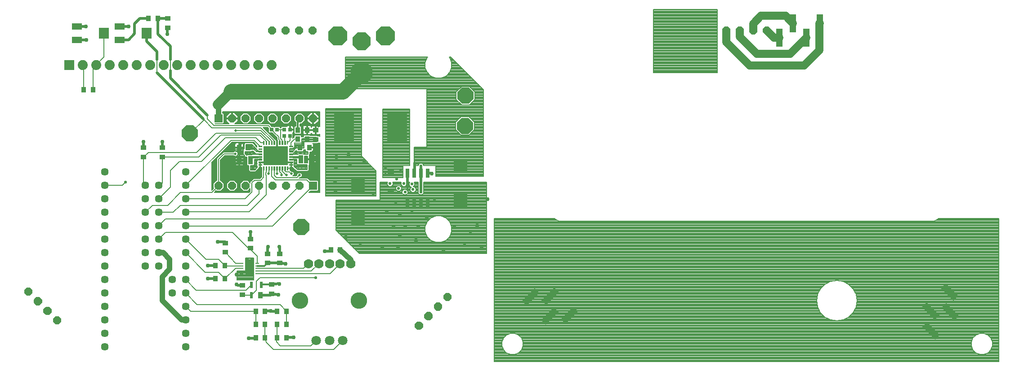
<source format=gbl>
G75*
%MOIN*%
%OFA0B0*%
%FSLAX25Y25*%
%IPPOS*%
%LPD*%
%AMOC8*
5,1,8,0,0,1.08239X$1,22.5*
%
%ADD10R,0.03500X0.04200*%
%ADD11R,0.04200X0.03500*%
%ADD12OC8,0.06000*%
%ADD13R,0.07480X0.05118*%
%ADD14R,0.07480X0.07874*%
%ADD15C,0.07087*%
%ADD16C,0.07000*%
%ADD17C,0.12268*%
%ADD18C,0.05700*%
%ADD19R,0.02165X0.05157*%
%ADD20R,0.03701X0.05157*%
%ADD21R,0.07400X0.07400*%
%ADD22C,0.07400*%
%ADD23R,0.06000X0.06000*%
%ADD24R,0.03800X0.06000*%
%ADD25R,0.02700X0.03000*%
%ADD26C,0.00205*%
%ADD27R,0.01024X0.02756*%
%ADD28C,0.00472*%
%ADD29R,0.18110X0.14173*%
%ADD30R,0.06496X0.09449*%
%ADD31R,0.03150X0.01102*%
%ADD32R,0.02500X0.07000*%
%ADD33R,0.15157X0.21654*%
%ADD34R,0.04800X0.03600*%
%ADD35R,0.10039X0.10906*%
%ADD36R,0.05000X0.13386*%
%ADD37OC8,0.16205*%
%ADD38OC8,0.13252*%
%ADD39OC8,0.14236*%
%ADD40C,0.01200*%
%ADD41OC8,0.11811*%
%ADD42C,0.00787*%
%ADD43C,0.00709*%
%ADD44C,0.01981*%
%ADD45C,0.03937*%
%ADD46C,0.01181*%
%ADD47C,0.00669*%
%ADD48R,0.02375X0.02375*%
%ADD49C,0.00984*%
%ADD50C,0.02953*%
%ADD51C,0.01969*%
%ADD52C,0.02178*%
%ADD53C,0.00800*%
%ADD54C,0.00630*%
%ADD55C,0.01000*%
%ADD56C,0.01600*%
%ADD57C,0.05906*%
%ADD58C,0.02375*%
%ADD59C,0.11811*%
%ADD60C,0.07874*%
D10*
X0255080Y0080134D03*
X0261880Y0080134D03*
X0270828Y0080134D03*
X0277628Y0080134D03*
X0277628Y0089976D03*
X0270828Y0089976D03*
X0261880Y0089976D03*
X0255080Y0089976D03*
X0255080Y0099819D03*
X0261880Y0099819D03*
X0270828Y0099819D03*
X0277628Y0099819D03*
X0231959Y0124228D03*
X0225159Y0124228D03*
X0225159Y0133677D03*
X0231959Y0133677D03*
X0310631Y0145449D03*
X0317431Y0145449D03*
X0294557Y0221472D03*
X0287757Y0221472D03*
X0286183Y0227772D03*
X0286183Y0234465D03*
X0292983Y0234465D03*
X0292983Y0227772D03*
X0249367Y0221551D03*
X0242567Y0221551D03*
X0134321Y0264386D03*
X0127521Y0264386D03*
X0175537Y0317413D03*
X0182337Y0317413D03*
D11*
X0189583Y0317392D03*
X0189583Y0310592D03*
X0299425Y0234321D03*
X0299425Y0227521D03*
X0185646Y0221329D03*
X0171866Y0221329D03*
X0171866Y0214529D03*
X0185646Y0214529D03*
X0251000Y0153613D03*
X0251000Y0146813D03*
X0263598Y0142589D03*
X0263598Y0135789D03*
X0272654Y0135789D03*
X0272654Y0142589D03*
X0232496Y0143663D03*
X0232496Y0150463D03*
X0245094Y0118967D03*
X0245094Y0112167D03*
X0266748Y0112954D03*
X0266748Y0119754D03*
D12*
X0267354Y0193031D03*
X0257354Y0193031D03*
X0247354Y0193031D03*
X0237354Y0193031D03*
X0227354Y0193031D03*
X0277354Y0193031D03*
X0287354Y0193031D03*
X0287354Y0243031D03*
X0277354Y0243031D03*
X0267354Y0243031D03*
X0257354Y0243031D03*
X0247354Y0243031D03*
X0237354Y0243031D03*
X0297354Y0243031D03*
X0297102Y0308480D03*
X0287102Y0308480D03*
X0277102Y0308480D03*
X0267102Y0308480D03*
X0603717Y0308480D03*
X0613717Y0308480D03*
X0623717Y0308480D03*
X0633717Y0308480D03*
D13*
X0153953Y0311512D03*
X0153953Y0301512D03*
X0122457Y0301512D03*
X0122457Y0311512D03*
D14*
X0142535Y0306512D03*
X0174031Y0306512D03*
D15*
X0299819Y0078165D03*
X0309661Y0078165D03*
X0319504Y0078165D03*
D16*
X0317535Y0135252D03*
X0309661Y0135252D03*
X0301787Y0135252D03*
X0293913Y0135252D03*
X0325409Y0135252D03*
D17*
X0331512Y0107693D03*
X0287811Y0107693D03*
D18*
X0143047Y0073323D03*
X0143047Y0083323D03*
X0143047Y0093323D03*
X0143047Y0103323D03*
X0143047Y0113323D03*
X0143047Y0123323D03*
X0143047Y0133323D03*
X0143047Y0143323D03*
X0143047Y0153323D03*
X0143047Y0163323D03*
X0143047Y0173323D03*
X0143047Y0183323D03*
X0143047Y0193323D03*
X0143047Y0203323D03*
X0173047Y0193323D03*
X0183047Y0193323D03*
X0203047Y0193323D03*
X0203047Y0203323D03*
X0203047Y0183323D03*
X0203047Y0173323D03*
X0203047Y0163323D03*
X0203047Y0153323D03*
X0183047Y0153323D03*
X0173047Y0153323D03*
X0173047Y0163323D03*
X0183047Y0163323D03*
X0183047Y0173323D03*
X0173047Y0173323D03*
X0173047Y0183323D03*
X0183047Y0183323D03*
X0183047Y0143323D03*
X0173047Y0143323D03*
X0173047Y0133323D03*
X0183047Y0133323D03*
X0193047Y0123323D03*
X0203047Y0123323D03*
X0203047Y0133323D03*
X0203047Y0143323D03*
X0203047Y0113323D03*
X0193047Y0113323D03*
X0203047Y0103323D03*
X0203047Y0093323D03*
X0203047Y0083323D03*
X0203047Y0073323D03*
D19*
X0251551Y0111630D03*
X0251551Y0119504D03*
X0259110Y0119504D03*
D20*
X0258362Y0111630D03*
D21*
X0116748Y0282890D03*
D22*
X0126748Y0282890D03*
X0136748Y0282890D03*
X0146748Y0282890D03*
X0156748Y0282890D03*
X0166748Y0282890D03*
X0176748Y0282890D03*
X0186748Y0282890D03*
X0196748Y0282890D03*
X0206748Y0282890D03*
X0216748Y0282890D03*
X0226748Y0282890D03*
X0236748Y0282890D03*
X0246748Y0282890D03*
X0256748Y0282890D03*
X0266748Y0282890D03*
D23*
X0227354Y0243031D03*
X0297354Y0193031D03*
D24*
X0296582Y0212638D03*
X0288382Y0212638D03*
X0251061Y0212146D03*
X0242861Y0212146D03*
D25*
X0276065Y0230134D03*
X0280265Y0230134D03*
X0280265Y0234858D03*
X0276065Y0234858D03*
X0270817Y0234858D03*
X0266617Y0234858D03*
D26*
X0267056Y0226331D02*
X0267056Y0223779D01*
X0266236Y0223779D01*
X0266236Y0226331D01*
X0267056Y0226331D01*
X0267056Y0223983D02*
X0266236Y0223983D01*
X0266236Y0224187D02*
X0267056Y0224187D01*
X0267056Y0224391D02*
X0266236Y0224391D01*
X0266236Y0224595D02*
X0267056Y0224595D01*
X0267056Y0224799D02*
X0266236Y0224799D01*
X0266236Y0225003D02*
X0267056Y0225003D01*
X0267056Y0225207D02*
X0266236Y0225207D01*
X0266236Y0225411D02*
X0267056Y0225411D01*
X0267056Y0225615D02*
X0266236Y0225615D01*
X0266236Y0225819D02*
X0267056Y0225819D01*
X0267056Y0226023D02*
X0266236Y0226023D01*
X0266236Y0226227D02*
X0267056Y0226227D01*
X0269024Y0226331D02*
X0269024Y0223779D01*
X0268204Y0223779D01*
X0268204Y0226331D01*
X0269024Y0226331D01*
X0269024Y0223983D02*
X0268204Y0223983D01*
X0268204Y0224187D02*
X0269024Y0224187D01*
X0269024Y0224391D02*
X0268204Y0224391D01*
X0268204Y0224595D02*
X0269024Y0224595D01*
X0269024Y0224799D02*
X0268204Y0224799D01*
X0268204Y0225003D02*
X0269024Y0225003D01*
X0269024Y0225207D02*
X0268204Y0225207D01*
X0268204Y0225411D02*
X0269024Y0225411D01*
X0269024Y0225615D02*
X0268204Y0225615D01*
X0268204Y0225819D02*
X0269024Y0225819D01*
X0269024Y0226023D02*
X0268204Y0226023D01*
X0268204Y0226227D02*
X0269024Y0226227D01*
X0270993Y0226331D02*
X0270993Y0221811D01*
X0270173Y0221811D01*
X0270173Y0226331D01*
X0270993Y0226331D01*
X0270993Y0222015D02*
X0270173Y0222015D01*
X0270173Y0222219D02*
X0270993Y0222219D01*
X0270993Y0222423D02*
X0270173Y0222423D01*
X0270173Y0222627D02*
X0270993Y0222627D01*
X0270993Y0222831D02*
X0270173Y0222831D01*
X0270173Y0223035D02*
X0270993Y0223035D01*
X0270993Y0223239D02*
X0270173Y0223239D01*
X0270173Y0223443D02*
X0270993Y0223443D01*
X0270993Y0223647D02*
X0270173Y0223647D01*
X0270173Y0223851D02*
X0270993Y0223851D01*
X0270993Y0224055D02*
X0270173Y0224055D01*
X0270173Y0224259D02*
X0270993Y0224259D01*
X0270993Y0224463D02*
X0270173Y0224463D01*
X0270173Y0224667D02*
X0270993Y0224667D01*
X0270993Y0224871D02*
X0270173Y0224871D01*
X0270173Y0225075D02*
X0270993Y0225075D01*
X0270993Y0225279D02*
X0270173Y0225279D01*
X0270173Y0225483D02*
X0270993Y0225483D01*
X0270993Y0225687D02*
X0270173Y0225687D01*
X0270173Y0225891D02*
X0270993Y0225891D01*
X0270993Y0226095D02*
X0270173Y0226095D01*
X0270173Y0226299D02*
X0270993Y0226299D01*
X0272961Y0226331D02*
X0272961Y0223779D01*
X0272141Y0223779D01*
X0272141Y0226331D01*
X0272961Y0226331D01*
X0272961Y0223983D02*
X0272141Y0223983D01*
X0272141Y0224187D02*
X0272961Y0224187D01*
X0272961Y0224391D02*
X0272141Y0224391D01*
X0272141Y0224595D02*
X0272961Y0224595D01*
X0272961Y0224799D02*
X0272141Y0224799D01*
X0272141Y0225003D02*
X0272961Y0225003D01*
X0272961Y0225207D02*
X0272141Y0225207D01*
X0272141Y0225411D02*
X0272961Y0225411D01*
X0272961Y0225615D02*
X0272141Y0225615D01*
X0272141Y0225819D02*
X0272961Y0225819D01*
X0272961Y0226023D02*
X0272141Y0226023D01*
X0272141Y0226227D02*
X0272961Y0226227D01*
X0274930Y0226331D02*
X0274930Y0223779D01*
X0274110Y0223779D01*
X0274110Y0226331D01*
X0274930Y0226331D01*
X0274930Y0223983D02*
X0274110Y0223983D01*
X0274110Y0224187D02*
X0274930Y0224187D01*
X0274930Y0224391D02*
X0274110Y0224391D01*
X0274110Y0224595D02*
X0274930Y0224595D01*
X0274930Y0224799D02*
X0274110Y0224799D01*
X0274110Y0225003D02*
X0274930Y0225003D01*
X0274930Y0225207D02*
X0274110Y0225207D01*
X0274110Y0225411D02*
X0274930Y0225411D01*
X0274930Y0225615D02*
X0274110Y0225615D01*
X0274110Y0225819D02*
X0274930Y0225819D01*
X0274930Y0226023D02*
X0274110Y0226023D01*
X0274110Y0226227D02*
X0274930Y0226227D01*
X0276898Y0226331D02*
X0276898Y0223779D01*
X0276078Y0223779D01*
X0276078Y0226331D01*
X0276898Y0226331D01*
X0276898Y0223983D02*
X0276078Y0223983D01*
X0276078Y0224187D02*
X0276898Y0224187D01*
X0276898Y0224391D02*
X0276078Y0224391D01*
X0276078Y0224595D02*
X0276898Y0224595D01*
X0276898Y0224799D02*
X0276078Y0224799D01*
X0276078Y0225003D02*
X0276898Y0225003D01*
X0276898Y0225207D02*
X0276078Y0225207D01*
X0276078Y0225411D02*
X0276898Y0225411D01*
X0276898Y0225615D02*
X0276078Y0225615D01*
X0276078Y0225819D02*
X0276898Y0225819D01*
X0276898Y0226023D02*
X0276078Y0226023D01*
X0276078Y0226227D02*
X0276898Y0226227D01*
X0279740Y0222086D02*
X0282292Y0222086D01*
X0279740Y0222086D02*
X0279740Y0222906D01*
X0282292Y0222906D01*
X0282292Y0222086D01*
X0282292Y0222290D02*
X0279740Y0222290D01*
X0279740Y0222494D02*
X0282292Y0222494D01*
X0282292Y0222698D02*
X0279740Y0222698D01*
X0279740Y0222902D02*
X0282292Y0222902D01*
X0282292Y0220118D02*
X0279740Y0220118D01*
X0279740Y0220938D01*
X0282292Y0220938D01*
X0282292Y0220118D01*
X0282292Y0220322D02*
X0279740Y0220322D01*
X0279740Y0220526D02*
X0282292Y0220526D01*
X0282292Y0220730D02*
X0279740Y0220730D01*
X0279740Y0220934D02*
X0282292Y0220934D01*
X0282292Y0218149D02*
X0279740Y0218149D01*
X0279740Y0218969D01*
X0282292Y0218969D01*
X0282292Y0218149D01*
X0282292Y0218353D02*
X0279740Y0218353D01*
X0279740Y0218557D02*
X0282292Y0218557D01*
X0282292Y0218761D02*
X0279740Y0218761D01*
X0279740Y0218965D02*
X0282292Y0218965D01*
X0282292Y0216181D02*
X0279740Y0216181D01*
X0279740Y0217001D01*
X0282292Y0217001D01*
X0282292Y0216181D01*
X0282292Y0216385D02*
X0279740Y0216385D01*
X0279740Y0216589D02*
X0282292Y0216589D01*
X0282292Y0216793D02*
X0279740Y0216793D01*
X0279740Y0216997D02*
X0282292Y0216997D01*
X0282292Y0214212D02*
X0279740Y0214212D01*
X0279740Y0215032D01*
X0282292Y0215032D01*
X0282292Y0214212D01*
X0282292Y0214416D02*
X0279740Y0214416D01*
X0279740Y0214620D02*
X0282292Y0214620D01*
X0282292Y0214824D02*
X0279740Y0214824D01*
X0279740Y0215028D02*
X0282292Y0215028D01*
X0282292Y0212244D02*
X0279740Y0212244D01*
X0279740Y0213064D01*
X0282292Y0213064D01*
X0282292Y0212244D01*
X0282292Y0212448D02*
X0279740Y0212448D01*
X0279740Y0212652D02*
X0282292Y0212652D01*
X0282292Y0212856D02*
X0279740Y0212856D01*
X0279740Y0213060D02*
X0282292Y0213060D01*
X0282291Y0210275D02*
X0277771Y0210275D01*
X0277771Y0211095D01*
X0282291Y0211095D01*
X0282291Y0210275D01*
X0282291Y0210479D02*
X0277771Y0210479D01*
X0277771Y0210683D02*
X0282291Y0210683D01*
X0282291Y0210887D02*
X0277771Y0210887D01*
X0277771Y0211091D02*
X0282291Y0211091D01*
X0282292Y0208307D02*
X0279740Y0208307D01*
X0279740Y0209127D01*
X0282292Y0209127D01*
X0282292Y0208307D01*
X0282292Y0208511D02*
X0279740Y0208511D01*
X0279740Y0208715D02*
X0282292Y0208715D01*
X0282292Y0208919D02*
X0279740Y0208919D01*
X0279740Y0209123D02*
X0282292Y0209123D01*
X0278047Y0207433D02*
X0278047Y0204881D01*
X0278047Y0207433D02*
X0278867Y0207433D01*
X0278867Y0204881D01*
X0278047Y0204881D01*
X0278047Y0205085D02*
X0278867Y0205085D01*
X0278867Y0205289D02*
X0278047Y0205289D01*
X0278047Y0205493D02*
X0278867Y0205493D01*
X0278867Y0205697D02*
X0278047Y0205697D01*
X0278047Y0205901D02*
X0278867Y0205901D01*
X0278867Y0206105D02*
X0278047Y0206105D01*
X0278047Y0206309D02*
X0278867Y0206309D01*
X0278867Y0206513D02*
X0278047Y0206513D01*
X0278047Y0206717D02*
X0278867Y0206717D01*
X0278867Y0206921D02*
X0278047Y0206921D01*
X0278047Y0207125D02*
X0278867Y0207125D01*
X0278867Y0207329D02*
X0278047Y0207329D01*
X0276078Y0207433D02*
X0276078Y0204881D01*
X0276078Y0207433D02*
X0276898Y0207433D01*
X0276898Y0204881D01*
X0276078Y0204881D01*
X0276078Y0205085D02*
X0276898Y0205085D01*
X0276898Y0205289D02*
X0276078Y0205289D01*
X0276078Y0205493D02*
X0276898Y0205493D01*
X0276898Y0205697D02*
X0276078Y0205697D01*
X0276078Y0205901D02*
X0276898Y0205901D01*
X0276898Y0206105D02*
X0276078Y0206105D01*
X0276078Y0206309D02*
X0276898Y0206309D01*
X0276898Y0206513D02*
X0276078Y0206513D01*
X0276078Y0206717D02*
X0276898Y0206717D01*
X0276898Y0206921D02*
X0276078Y0206921D01*
X0276078Y0207125D02*
X0276898Y0207125D01*
X0276898Y0207329D02*
X0276078Y0207329D01*
X0274110Y0207433D02*
X0274110Y0204881D01*
X0274110Y0207433D02*
X0274930Y0207433D01*
X0274930Y0204881D01*
X0274110Y0204881D01*
X0274110Y0205085D02*
X0274930Y0205085D01*
X0274930Y0205289D02*
X0274110Y0205289D01*
X0274110Y0205493D02*
X0274930Y0205493D01*
X0274930Y0205697D02*
X0274110Y0205697D01*
X0274110Y0205901D02*
X0274930Y0205901D01*
X0274930Y0206105D02*
X0274110Y0206105D01*
X0274110Y0206309D02*
X0274930Y0206309D01*
X0274930Y0206513D02*
X0274110Y0206513D01*
X0274110Y0206717D02*
X0274930Y0206717D01*
X0274930Y0206921D02*
X0274110Y0206921D01*
X0274110Y0207125D02*
X0274930Y0207125D01*
X0274930Y0207329D02*
X0274110Y0207329D01*
X0272141Y0207433D02*
X0272141Y0204881D01*
X0272141Y0207433D02*
X0272961Y0207433D01*
X0272961Y0204881D01*
X0272141Y0204881D01*
X0272141Y0205085D02*
X0272961Y0205085D01*
X0272961Y0205289D02*
X0272141Y0205289D01*
X0272141Y0205493D02*
X0272961Y0205493D01*
X0272961Y0205697D02*
X0272141Y0205697D01*
X0272141Y0205901D02*
X0272961Y0205901D01*
X0272961Y0206105D02*
X0272141Y0206105D01*
X0272141Y0206309D02*
X0272961Y0206309D01*
X0272961Y0206513D02*
X0272141Y0206513D01*
X0272141Y0206717D02*
X0272961Y0206717D01*
X0272961Y0206921D02*
X0272141Y0206921D01*
X0272141Y0207125D02*
X0272961Y0207125D01*
X0272961Y0207329D02*
X0272141Y0207329D01*
X0270173Y0207433D02*
X0270173Y0204881D01*
X0270173Y0207433D02*
X0270993Y0207433D01*
X0270993Y0204881D01*
X0270173Y0204881D01*
X0270173Y0205085D02*
X0270993Y0205085D01*
X0270993Y0205289D02*
X0270173Y0205289D01*
X0270173Y0205493D02*
X0270993Y0205493D01*
X0270993Y0205697D02*
X0270173Y0205697D01*
X0270173Y0205901D02*
X0270993Y0205901D01*
X0270993Y0206105D02*
X0270173Y0206105D01*
X0270173Y0206309D02*
X0270993Y0206309D01*
X0270993Y0206513D02*
X0270173Y0206513D01*
X0270173Y0206717D02*
X0270993Y0206717D01*
X0270993Y0206921D02*
X0270173Y0206921D01*
X0270173Y0207125D02*
X0270993Y0207125D01*
X0270993Y0207329D02*
X0270173Y0207329D01*
X0268204Y0207433D02*
X0268204Y0204881D01*
X0268204Y0207433D02*
X0269024Y0207433D01*
X0269024Y0204881D01*
X0268204Y0204881D01*
X0268204Y0205085D02*
X0269024Y0205085D01*
X0269024Y0205289D02*
X0268204Y0205289D01*
X0268204Y0205493D02*
X0269024Y0205493D01*
X0269024Y0205697D02*
X0268204Y0205697D01*
X0268204Y0205901D02*
X0269024Y0205901D01*
X0269024Y0206105D02*
X0268204Y0206105D01*
X0268204Y0206309D02*
X0269024Y0206309D01*
X0269024Y0206513D02*
X0268204Y0206513D01*
X0268204Y0206717D02*
X0269024Y0206717D01*
X0269024Y0206921D02*
X0268204Y0206921D01*
X0268204Y0207125D02*
X0269024Y0207125D01*
X0269024Y0207329D02*
X0268204Y0207329D01*
X0266236Y0207433D02*
X0266236Y0204881D01*
X0266236Y0207433D02*
X0267056Y0207433D01*
X0267056Y0204881D01*
X0266236Y0204881D01*
X0266236Y0205085D02*
X0267056Y0205085D01*
X0267056Y0205289D02*
X0266236Y0205289D01*
X0266236Y0205493D02*
X0267056Y0205493D01*
X0267056Y0205697D02*
X0266236Y0205697D01*
X0266236Y0205901D02*
X0267056Y0205901D01*
X0267056Y0206105D02*
X0266236Y0206105D01*
X0266236Y0206309D02*
X0267056Y0206309D01*
X0267056Y0206513D02*
X0266236Y0206513D01*
X0266236Y0206717D02*
X0267056Y0206717D01*
X0267056Y0206921D02*
X0266236Y0206921D01*
X0266236Y0207125D02*
X0267056Y0207125D01*
X0267056Y0207329D02*
X0266236Y0207329D01*
X0264267Y0207433D02*
X0264267Y0204881D01*
X0264267Y0207433D02*
X0265087Y0207433D01*
X0265087Y0204881D01*
X0264267Y0204881D01*
X0264267Y0205085D02*
X0265087Y0205085D01*
X0265087Y0205289D02*
X0264267Y0205289D01*
X0264267Y0205493D02*
X0265087Y0205493D01*
X0265087Y0205697D02*
X0264267Y0205697D01*
X0264267Y0205901D02*
X0265087Y0205901D01*
X0265087Y0206105D02*
X0264267Y0206105D01*
X0264267Y0206309D02*
X0265087Y0206309D01*
X0265087Y0206513D02*
X0264267Y0206513D01*
X0264267Y0206717D02*
X0265087Y0206717D01*
X0265087Y0206921D02*
X0264267Y0206921D01*
X0264267Y0207125D02*
X0265087Y0207125D01*
X0265087Y0207329D02*
X0264267Y0207329D01*
X0262299Y0207433D02*
X0262299Y0204881D01*
X0262299Y0207433D02*
X0263119Y0207433D01*
X0263119Y0204881D01*
X0262299Y0204881D01*
X0262299Y0205085D02*
X0263119Y0205085D01*
X0263119Y0205289D02*
X0262299Y0205289D01*
X0262299Y0205493D02*
X0263119Y0205493D01*
X0263119Y0205697D02*
X0262299Y0205697D01*
X0262299Y0205901D02*
X0263119Y0205901D01*
X0263119Y0206105D02*
X0262299Y0206105D01*
X0262299Y0206309D02*
X0263119Y0206309D01*
X0263119Y0206513D02*
X0262299Y0206513D01*
X0262299Y0206717D02*
X0263119Y0206717D01*
X0263119Y0206921D02*
X0262299Y0206921D01*
X0262299Y0207125D02*
X0263119Y0207125D01*
X0263119Y0207329D02*
X0262299Y0207329D01*
X0260330Y0207433D02*
X0260330Y0204881D01*
X0260330Y0207433D02*
X0261150Y0207433D01*
X0261150Y0204881D01*
X0260330Y0204881D01*
X0260330Y0205085D02*
X0261150Y0205085D01*
X0261150Y0205289D02*
X0260330Y0205289D01*
X0260330Y0205493D02*
X0261150Y0205493D01*
X0261150Y0205697D02*
X0260330Y0205697D01*
X0260330Y0205901D02*
X0261150Y0205901D01*
X0261150Y0206105D02*
X0260330Y0206105D01*
X0260330Y0206309D02*
X0261150Y0206309D01*
X0261150Y0206513D02*
X0260330Y0206513D01*
X0260330Y0206717D02*
X0261150Y0206717D01*
X0261150Y0206921D02*
X0260330Y0206921D01*
X0260330Y0207125D02*
X0261150Y0207125D01*
X0261150Y0207329D02*
X0260330Y0207329D01*
X0259457Y0209127D02*
X0256905Y0209127D01*
X0259457Y0209127D02*
X0259457Y0208307D01*
X0256905Y0208307D01*
X0256905Y0209127D01*
X0256905Y0208511D02*
X0259457Y0208511D01*
X0259457Y0208715D02*
X0256905Y0208715D01*
X0256905Y0208919D02*
X0259457Y0208919D01*
X0259457Y0209123D02*
X0256905Y0209123D01*
X0256905Y0211095D02*
X0261425Y0211095D01*
X0261425Y0210275D01*
X0256905Y0210275D01*
X0256905Y0211095D01*
X0256905Y0210479D02*
X0261425Y0210479D01*
X0261425Y0210683D02*
X0256905Y0210683D01*
X0256905Y0210887D02*
X0261425Y0210887D01*
X0261425Y0211091D02*
X0256905Y0211091D01*
X0256905Y0213064D02*
X0259457Y0213064D01*
X0259457Y0212244D01*
X0256905Y0212244D01*
X0256905Y0213064D01*
X0256905Y0212448D02*
X0259457Y0212448D01*
X0259457Y0212652D02*
X0256905Y0212652D01*
X0256905Y0212856D02*
X0259457Y0212856D01*
X0259457Y0213060D02*
X0256905Y0213060D01*
X0256905Y0215032D02*
X0259457Y0215032D01*
X0259457Y0214212D01*
X0256905Y0214212D01*
X0256905Y0215032D01*
X0256905Y0214416D02*
X0259457Y0214416D01*
X0259457Y0214620D02*
X0256905Y0214620D01*
X0256905Y0214824D02*
X0259457Y0214824D01*
X0259457Y0215028D02*
X0256905Y0215028D01*
X0256905Y0217001D02*
X0259457Y0217001D01*
X0259457Y0216181D01*
X0256905Y0216181D01*
X0256905Y0217001D01*
X0256905Y0216385D02*
X0259457Y0216385D01*
X0259457Y0216589D02*
X0256905Y0216589D01*
X0256905Y0216793D02*
X0259457Y0216793D01*
X0259457Y0216997D02*
X0256905Y0216997D01*
X0256905Y0218969D02*
X0259457Y0218969D01*
X0259457Y0218149D01*
X0256905Y0218149D01*
X0256905Y0218969D01*
X0256905Y0218353D02*
X0259457Y0218353D01*
X0259457Y0218557D02*
X0256905Y0218557D01*
X0256905Y0218761D02*
X0259457Y0218761D01*
X0259457Y0218965D02*
X0256905Y0218965D01*
X0256905Y0220938D02*
X0259457Y0220938D01*
X0259457Y0220118D01*
X0256905Y0220118D01*
X0256905Y0220938D01*
X0256905Y0220322D02*
X0259457Y0220322D01*
X0259457Y0220526D02*
X0256905Y0220526D01*
X0256905Y0220730D02*
X0259457Y0220730D01*
X0259457Y0220934D02*
X0256905Y0220934D01*
X0256905Y0222906D02*
X0259457Y0222906D01*
X0259457Y0222086D01*
X0256905Y0222086D01*
X0256905Y0222906D01*
X0256905Y0222290D02*
X0259457Y0222290D01*
X0259457Y0222494D02*
X0256905Y0222494D01*
X0256905Y0222698D02*
X0259457Y0222698D01*
X0259457Y0222902D02*
X0256905Y0222902D01*
X0261150Y0223779D02*
X0261150Y0226331D01*
X0261150Y0223779D02*
X0260330Y0223779D01*
X0260330Y0226331D01*
X0261150Y0226331D01*
X0261150Y0223983D02*
X0260330Y0223983D01*
X0260330Y0224187D02*
X0261150Y0224187D01*
X0261150Y0224391D02*
X0260330Y0224391D01*
X0260330Y0224595D02*
X0261150Y0224595D01*
X0261150Y0224799D02*
X0260330Y0224799D01*
X0260330Y0225003D02*
X0261150Y0225003D01*
X0261150Y0225207D02*
X0260330Y0225207D01*
X0260330Y0225411D02*
X0261150Y0225411D01*
X0261150Y0225615D02*
X0260330Y0225615D01*
X0260330Y0225819D02*
X0261150Y0225819D01*
X0261150Y0226023D02*
X0260330Y0226023D01*
X0260330Y0226227D02*
X0261150Y0226227D01*
X0263119Y0226331D02*
X0263119Y0223779D01*
X0262299Y0223779D01*
X0262299Y0226331D01*
X0263119Y0226331D01*
X0263119Y0223983D02*
X0262299Y0223983D01*
X0262299Y0224187D02*
X0263119Y0224187D01*
X0263119Y0224391D02*
X0262299Y0224391D01*
X0262299Y0224595D02*
X0263119Y0224595D01*
X0263119Y0224799D02*
X0262299Y0224799D01*
X0262299Y0225003D02*
X0263119Y0225003D01*
X0263119Y0225207D02*
X0262299Y0225207D01*
X0262299Y0225411D02*
X0263119Y0225411D01*
X0263119Y0225615D02*
X0262299Y0225615D01*
X0262299Y0225819D02*
X0263119Y0225819D01*
X0263119Y0226023D02*
X0262299Y0226023D01*
X0262299Y0226227D02*
X0263119Y0226227D01*
X0265087Y0226331D02*
X0265087Y0223779D01*
X0264267Y0223779D01*
X0264267Y0226331D01*
X0265087Y0226331D01*
X0265087Y0223983D02*
X0264267Y0223983D01*
X0264267Y0224187D02*
X0265087Y0224187D01*
X0265087Y0224391D02*
X0264267Y0224391D01*
X0264267Y0224595D02*
X0265087Y0224595D01*
X0265087Y0224799D02*
X0264267Y0224799D01*
X0264267Y0225003D02*
X0265087Y0225003D01*
X0265087Y0225207D02*
X0264267Y0225207D01*
X0264267Y0225411D02*
X0265087Y0225411D01*
X0265087Y0225615D02*
X0264267Y0225615D01*
X0264267Y0225819D02*
X0265087Y0225819D01*
X0265087Y0226023D02*
X0264267Y0226023D01*
X0264267Y0226227D02*
X0265087Y0226227D01*
D27*
X0278457Y0225055D03*
D28*
X0270543Y0216551D02*
X0270543Y0214661D01*
X0268653Y0214661D01*
X0268653Y0216551D01*
X0270543Y0216551D01*
X0270543Y0215132D02*
X0268653Y0215132D01*
X0268653Y0215603D02*
X0270543Y0215603D01*
X0270543Y0216074D02*
X0268653Y0216074D01*
X0268653Y0216545D02*
X0270543Y0216545D01*
D29*
X0269598Y0215606D03*
D30*
X0250252Y0131630D03*
D31*
X0256059Y0131630D03*
X0256059Y0133598D03*
X0256059Y0135567D03*
X0256059Y0129661D03*
X0256059Y0127693D03*
X0244445Y0127693D03*
X0244445Y0129661D03*
X0244445Y0131630D03*
X0244445Y0133598D03*
X0244445Y0135567D03*
D32*
X0367437Y0180472D03*
X0372437Y0180372D03*
X0377437Y0180372D03*
X0382437Y0180372D03*
X0382437Y0202572D03*
X0377437Y0202572D03*
X0372437Y0202572D03*
X0367437Y0202572D03*
D33*
X0359661Y0236039D03*
X0320291Y0236039D03*
D34*
X0355134Y0203362D03*
X0355134Y0189189D03*
D35*
X0330677Y0194016D03*
X0330677Y0168661D03*
X0406701Y0182496D03*
X0406701Y0207850D03*
D36*
G36*
X0461591Y0117049D02*
X0465127Y0113513D01*
X0455663Y0104049D01*
X0452127Y0107585D01*
X0461591Y0117049D01*
G37*
G36*
X0476290Y0117605D02*
X0479826Y0114069D01*
X0470362Y0104605D01*
X0466826Y0108141D01*
X0476290Y0117605D01*
G37*
G36*
X0475733Y0102906D02*
X0479269Y0099370D01*
X0469805Y0089906D01*
X0466269Y0093442D01*
X0475733Y0102906D01*
G37*
G36*
X0490432Y0103463D02*
X0493968Y0099927D01*
X0484504Y0090463D01*
X0480968Y0093999D01*
X0490432Y0103463D01*
G37*
G36*
X0761568Y0097133D02*
X0758032Y0093597D01*
X0748568Y0103061D01*
X0752104Y0106597D01*
X0761568Y0097133D01*
G37*
G36*
X0776267Y0096577D02*
X0772731Y0093041D01*
X0763267Y0102505D01*
X0766803Y0106041D01*
X0776267Y0096577D01*
G37*
G36*
X0762125Y0082434D02*
X0758589Y0078898D01*
X0749125Y0088362D01*
X0752661Y0091898D01*
X0762125Y0082434D01*
G37*
G36*
X0775710Y0111275D02*
X0772174Y0107739D01*
X0762710Y0117203D01*
X0766246Y0120739D01*
X0775710Y0111275D01*
G37*
X0663087Y0303087D03*
X0673087Y0313874D03*
X0653087Y0313874D03*
X0643087Y0303087D03*
D37*
X0333283Y0276984D03*
D38*
X0333283Y0300606D03*
D39*
X0315567Y0304528D03*
X0351000Y0304528D03*
D40*
X0084657Y0113968D02*
X0084057Y0113368D01*
X0084057Y0115356D01*
X0085462Y0116761D01*
X0087450Y0116761D01*
X0088855Y0115356D01*
X0088855Y0113368D01*
X0087450Y0111963D01*
X0085462Y0111963D01*
X0084057Y0113368D01*
X0084957Y0113741D01*
X0084957Y0114983D01*
X0085835Y0115861D01*
X0087077Y0115861D01*
X0087955Y0114983D01*
X0087955Y0113741D01*
X0087077Y0112863D01*
X0085835Y0112863D01*
X0084957Y0113741D01*
X0085857Y0114114D01*
X0085857Y0114610D01*
X0086208Y0114961D01*
X0086704Y0114961D01*
X0087055Y0114610D01*
X0087055Y0114114D01*
X0086704Y0113763D01*
X0086208Y0113763D01*
X0085857Y0114114D01*
X0091728Y0106897D02*
X0091128Y0106297D01*
X0091128Y0108285D01*
X0092533Y0109690D01*
X0094521Y0109690D01*
X0095926Y0108285D01*
X0095926Y0106297D01*
X0094521Y0104892D01*
X0092533Y0104892D01*
X0091128Y0106297D01*
X0092028Y0106670D01*
X0092028Y0107912D01*
X0092906Y0108790D01*
X0094148Y0108790D01*
X0095026Y0107912D01*
X0095026Y0106670D01*
X0094148Y0105792D01*
X0092906Y0105792D01*
X0092028Y0106670D01*
X0092928Y0107043D01*
X0092928Y0107539D01*
X0093279Y0107890D01*
X0093775Y0107890D01*
X0094126Y0107539D01*
X0094126Y0107043D01*
X0093775Y0106692D01*
X0093279Y0106692D01*
X0092928Y0107043D01*
X0098800Y0099826D02*
X0098200Y0099226D01*
X0098200Y0101214D01*
X0099605Y0102619D01*
X0101593Y0102619D01*
X0102998Y0101214D01*
X0102998Y0099226D01*
X0101593Y0097821D01*
X0099605Y0097821D01*
X0098200Y0099226D01*
X0099100Y0099599D01*
X0099100Y0100841D01*
X0099978Y0101719D01*
X0101220Y0101719D01*
X0102098Y0100841D01*
X0102098Y0099599D01*
X0101220Y0098721D01*
X0099978Y0098721D01*
X0099100Y0099599D01*
X0100000Y0099972D01*
X0100000Y0100468D01*
X0100351Y0100819D01*
X0100847Y0100819D01*
X0101198Y0100468D01*
X0101198Y0099972D01*
X0100847Y0099621D01*
X0100351Y0099621D01*
X0100000Y0099972D01*
X0105871Y0092755D02*
X0105271Y0092155D01*
X0105271Y0094143D01*
X0106676Y0095548D01*
X0108664Y0095548D01*
X0110069Y0094143D01*
X0110069Y0092155D01*
X0108664Y0090750D01*
X0106676Y0090750D01*
X0105271Y0092155D01*
X0106171Y0092528D01*
X0106171Y0093770D01*
X0107049Y0094648D01*
X0108291Y0094648D01*
X0109169Y0093770D01*
X0109169Y0092528D01*
X0108291Y0091650D01*
X0107049Y0091650D01*
X0106171Y0092528D01*
X0107071Y0092901D01*
X0107071Y0093397D01*
X0107422Y0093748D01*
X0107918Y0093748D01*
X0108269Y0093397D01*
X0108269Y0092901D01*
X0107918Y0092550D01*
X0107422Y0092550D01*
X0107071Y0092901D01*
X0375432Y0091011D02*
X0374832Y0091611D01*
X0376820Y0091611D01*
X0378225Y0090206D01*
X0378225Y0088218D01*
X0376820Y0086813D01*
X0374832Y0086813D01*
X0373427Y0088218D01*
X0373427Y0090206D01*
X0374832Y0091611D01*
X0375205Y0090711D01*
X0376447Y0090711D01*
X0377325Y0089833D01*
X0377325Y0088591D01*
X0376447Y0087713D01*
X0375205Y0087713D01*
X0374327Y0088591D01*
X0374327Y0089833D01*
X0375205Y0090711D01*
X0375578Y0089811D01*
X0376074Y0089811D01*
X0376425Y0089460D01*
X0376425Y0088964D01*
X0376074Y0088613D01*
X0375578Y0088613D01*
X0375227Y0088964D01*
X0375227Y0089460D01*
X0375578Y0089811D01*
X0382504Y0098082D02*
X0381904Y0098682D01*
X0383892Y0098682D01*
X0385297Y0097277D01*
X0385297Y0095289D01*
X0383892Y0093884D01*
X0381904Y0093884D01*
X0380499Y0095289D01*
X0380499Y0097277D01*
X0381904Y0098682D01*
X0382277Y0097782D01*
X0383519Y0097782D01*
X0384397Y0096904D01*
X0384397Y0095662D01*
X0383519Y0094784D01*
X0382277Y0094784D01*
X0381399Y0095662D01*
X0381399Y0096904D01*
X0382277Y0097782D01*
X0382650Y0096882D01*
X0383146Y0096882D01*
X0383497Y0096531D01*
X0383497Y0096035D01*
X0383146Y0095684D01*
X0382650Y0095684D01*
X0382299Y0096035D01*
X0382299Y0096531D01*
X0382650Y0096882D01*
X0389575Y0105153D02*
X0388975Y0105753D01*
X0390963Y0105753D01*
X0392368Y0104348D01*
X0392368Y0102360D01*
X0390963Y0100955D01*
X0388975Y0100955D01*
X0387570Y0102360D01*
X0387570Y0104348D01*
X0388975Y0105753D01*
X0389348Y0104853D01*
X0390590Y0104853D01*
X0391468Y0103975D01*
X0391468Y0102733D01*
X0390590Y0101855D01*
X0389348Y0101855D01*
X0388470Y0102733D01*
X0388470Y0103975D01*
X0389348Y0104853D01*
X0389721Y0103953D01*
X0390217Y0103953D01*
X0390568Y0103602D01*
X0390568Y0103106D01*
X0390217Y0102755D01*
X0389721Y0102755D01*
X0389370Y0103106D01*
X0389370Y0103602D01*
X0389721Y0103953D01*
X0396646Y0112224D02*
X0396046Y0112824D01*
X0398034Y0112824D01*
X0399439Y0111419D01*
X0399439Y0109431D01*
X0398034Y0108026D01*
X0396046Y0108026D01*
X0394641Y0109431D01*
X0394641Y0111419D01*
X0396046Y0112824D01*
X0396419Y0111924D01*
X0397661Y0111924D01*
X0398539Y0111046D01*
X0398539Y0109804D01*
X0397661Y0108926D01*
X0396419Y0108926D01*
X0395541Y0109804D01*
X0395541Y0111046D01*
X0396419Y0111924D01*
X0396792Y0111024D01*
X0397288Y0111024D01*
X0397639Y0110673D01*
X0397639Y0110177D01*
X0397288Y0109826D01*
X0396792Y0109826D01*
X0396441Y0110177D01*
X0396441Y0110673D01*
X0396792Y0111024D01*
D41*
X0288795Y0162417D03*
X0206118Y0232102D03*
X0410055Y0237614D03*
X0410449Y0260055D03*
D42*
X0417348Y0260071D02*
X0423835Y0260071D01*
X0423835Y0260857D02*
X0417348Y0260857D01*
X0417348Y0261643D02*
X0423835Y0261643D01*
X0423835Y0262428D02*
X0417348Y0262428D01*
X0417348Y0262913D02*
X0413307Y0266954D01*
X0407591Y0266954D01*
X0403550Y0262913D01*
X0403550Y0257197D01*
X0407591Y0253156D01*
X0413307Y0253156D01*
X0417348Y0257197D01*
X0417348Y0262913D01*
X0417047Y0263214D02*
X0423835Y0263214D01*
X0423835Y0264000D02*
X0416261Y0264000D01*
X0415475Y0264786D02*
X0423406Y0264786D01*
X0423835Y0264358D02*
X0423835Y0200213D01*
X0388402Y0200213D01*
X0388402Y0208087D01*
X0379461Y0208087D01*
X0379461Y0208556D01*
X0378241Y0209776D01*
X0376515Y0209776D01*
X0375295Y0208556D01*
X0375295Y0208087D01*
X0372260Y0208087D01*
X0372260Y0221866D01*
X0381709Y0221866D01*
X0381709Y0265173D01*
X0321472Y0265173D01*
X0321472Y0288795D01*
X0382356Y0288795D01*
X0382026Y0288465D01*
X0380528Y0284848D01*
X0380528Y0280932D01*
X0382026Y0277314D01*
X0384795Y0274546D01*
X0388412Y0273047D01*
X0392328Y0273047D01*
X0395945Y0274546D01*
X0398714Y0277314D01*
X0400213Y0280932D01*
X0400213Y0284848D01*
X0398714Y0288465D01*
X0398384Y0288795D01*
X0399397Y0288795D01*
X0423835Y0264358D01*
X0422620Y0265572D02*
X0414689Y0265572D01*
X0413903Y0266358D02*
X0421834Y0266358D01*
X0421049Y0267144D02*
X0321472Y0267144D01*
X0321472Y0267930D02*
X0420263Y0267930D01*
X0419477Y0268716D02*
X0321472Y0268716D01*
X0321472Y0269502D02*
X0418691Y0269502D01*
X0417905Y0270288D02*
X0321472Y0270288D01*
X0321472Y0271073D02*
X0417119Y0271073D01*
X0416333Y0271859D02*
X0321472Y0271859D01*
X0321472Y0272645D02*
X0415547Y0272645D01*
X0414761Y0273431D02*
X0393255Y0273431D01*
X0395152Y0274217D02*
X0413975Y0274217D01*
X0413189Y0275003D02*
X0396403Y0275003D01*
X0397189Y0275789D02*
X0412404Y0275789D01*
X0411618Y0276575D02*
X0397975Y0276575D01*
X0398733Y0277361D02*
X0410832Y0277361D01*
X0410046Y0278147D02*
X0399059Y0278147D01*
X0399384Y0278933D02*
X0409260Y0278933D01*
X0408474Y0279719D02*
X0399710Y0279719D01*
X0400035Y0280504D02*
X0407688Y0280504D01*
X0406902Y0281290D02*
X0400213Y0281290D01*
X0400213Y0282076D02*
X0406116Y0282076D01*
X0405330Y0282862D02*
X0400213Y0282862D01*
X0400213Y0283648D02*
X0404544Y0283648D01*
X0403759Y0284434D02*
X0400213Y0284434D01*
X0400058Y0285220D02*
X0402973Y0285220D01*
X0402187Y0286006D02*
X0399733Y0286006D01*
X0399407Y0286792D02*
X0401401Y0286792D01*
X0400615Y0287578D02*
X0399082Y0287578D01*
X0398756Y0288364D02*
X0399829Y0288364D01*
X0381984Y0288364D02*
X0321472Y0288364D01*
X0321472Y0287578D02*
X0381658Y0287578D01*
X0381333Y0286792D02*
X0321472Y0286792D01*
X0321472Y0286006D02*
X0381007Y0286006D01*
X0380682Y0285220D02*
X0321472Y0285220D01*
X0321472Y0284434D02*
X0380528Y0284434D01*
X0380528Y0283648D02*
X0321472Y0283648D01*
X0321472Y0282862D02*
X0380528Y0282862D01*
X0380528Y0282076D02*
X0321472Y0282076D01*
X0321472Y0281290D02*
X0380528Y0281290D01*
X0380705Y0280504D02*
X0321472Y0280504D01*
X0321472Y0279719D02*
X0381030Y0279719D01*
X0381356Y0278933D02*
X0321472Y0278933D01*
X0321472Y0278147D02*
X0381681Y0278147D01*
X0382007Y0277361D02*
X0321472Y0277361D01*
X0321472Y0276575D02*
X0382766Y0276575D01*
X0383551Y0275789D02*
X0321472Y0275789D01*
X0321472Y0275003D02*
X0384337Y0275003D01*
X0385588Y0274217D02*
X0321472Y0274217D01*
X0321472Y0273431D02*
X0387485Y0273431D01*
X0381709Y0264786D02*
X0405423Y0264786D01*
X0404637Y0264000D02*
X0381709Y0264000D01*
X0381709Y0263214D02*
X0403851Y0263214D01*
X0403550Y0262428D02*
X0381709Y0262428D01*
X0381709Y0261643D02*
X0403550Y0261643D01*
X0403550Y0260857D02*
X0381709Y0260857D01*
X0381709Y0260071D02*
X0403550Y0260071D01*
X0403550Y0259285D02*
X0381709Y0259285D01*
X0381709Y0258499D02*
X0403550Y0258499D01*
X0403550Y0257713D02*
X0381709Y0257713D01*
X0381709Y0256927D02*
X0403820Y0256927D01*
X0404606Y0256141D02*
X0381709Y0256141D01*
X0381709Y0255355D02*
X0405392Y0255355D01*
X0406178Y0254569D02*
X0381709Y0254569D01*
X0381709Y0253783D02*
X0406964Y0253783D01*
X0413934Y0253783D02*
X0423835Y0253783D01*
X0423835Y0252997D02*
X0381709Y0252997D01*
X0381709Y0252212D02*
X0423835Y0252212D01*
X0423835Y0251426D02*
X0381709Y0251426D01*
X0381709Y0250640D02*
X0423835Y0250640D01*
X0423835Y0249854D02*
X0381709Y0249854D01*
X0381709Y0249068D02*
X0423835Y0249068D01*
X0423835Y0248282D02*
X0381709Y0248282D01*
X0381709Y0247496D02*
X0423835Y0247496D01*
X0423835Y0246710D02*
X0381709Y0246710D01*
X0381709Y0245924D02*
X0423835Y0245924D01*
X0423835Y0245138D02*
X0381709Y0245138D01*
X0381709Y0244352D02*
X0407036Y0244352D01*
X0407197Y0244513D02*
X0403156Y0240472D01*
X0403156Y0234756D01*
X0407197Y0230715D01*
X0412913Y0230715D01*
X0416954Y0234756D01*
X0416954Y0240472D01*
X0412913Y0244513D01*
X0407197Y0244513D01*
X0406251Y0243567D02*
X0381709Y0243567D01*
X0381709Y0242781D02*
X0405465Y0242781D01*
X0404679Y0241995D02*
X0381709Y0241995D01*
X0381709Y0241209D02*
X0403893Y0241209D01*
X0403156Y0240423D02*
X0381709Y0240423D01*
X0381709Y0239637D02*
X0403156Y0239637D01*
X0403156Y0238851D02*
X0381709Y0238851D01*
X0381709Y0238065D02*
X0403156Y0238065D01*
X0403156Y0237279D02*
X0381709Y0237279D01*
X0381709Y0236493D02*
X0403156Y0236493D01*
X0403156Y0235707D02*
X0381709Y0235707D01*
X0381709Y0234921D02*
X0403156Y0234921D01*
X0403777Y0234136D02*
X0381709Y0234136D01*
X0381709Y0233350D02*
X0404563Y0233350D01*
X0405349Y0232564D02*
X0381709Y0232564D01*
X0381709Y0231778D02*
X0406134Y0231778D01*
X0406920Y0230992D02*
X0381709Y0230992D01*
X0381709Y0230206D02*
X0423835Y0230206D01*
X0423835Y0230992D02*
X0413190Y0230992D01*
X0413976Y0231778D02*
X0423835Y0231778D01*
X0423835Y0232564D02*
X0414762Y0232564D01*
X0415548Y0233350D02*
X0423835Y0233350D01*
X0423835Y0234136D02*
X0416333Y0234136D01*
X0416954Y0234921D02*
X0423835Y0234921D01*
X0423835Y0235707D02*
X0416954Y0235707D01*
X0416954Y0236493D02*
X0423835Y0236493D01*
X0423835Y0237279D02*
X0416954Y0237279D01*
X0416954Y0238065D02*
X0423835Y0238065D01*
X0423835Y0238851D02*
X0416954Y0238851D01*
X0416954Y0239637D02*
X0423835Y0239637D01*
X0423835Y0240423D02*
X0416954Y0240423D01*
X0416217Y0241209D02*
X0423835Y0241209D01*
X0423835Y0241995D02*
X0415432Y0241995D01*
X0414646Y0242781D02*
X0423835Y0242781D01*
X0423835Y0243567D02*
X0413860Y0243567D01*
X0413074Y0244352D02*
X0423835Y0244352D01*
X0423835Y0254569D02*
X0414720Y0254569D01*
X0415506Y0255355D02*
X0423835Y0255355D01*
X0423835Y0256141D02*
X0416292Y0256141D01*
X0417078Y0256927D02*
X0423835Y0256927D01*
X0423835Y0257713D02*
X0417348Y0257713D01*
X0417348Y0258499D02*
X0423835Y0258499D01*
X0423835Y0259285D02*
X0417348Y0259285D01*
X0406995Y0266358D02*
X0321472Y0266358D01*
X0321472Y0265572D02*
X0406209Y0265572D01*
X0369110Y0250213D02*
X0369110Y0208087D01*
X0363992Y0208087D01*
X0363992Y0199031D01*
X0349031Y0199031D01*
X0349031Y0250213D01*
X0369110Y0250213D01*
X0369110Y0249854D02*
X0349031Y0249854D01*
X0349031Y0249068D02*
X0369110Y0249068D01*
X0369110Y0248282D02*
X0349031Y0248282D01*
X0349031Y0247496D02*
X0369110Y0247496D01*
X0369110Y0246710D02*
X0349031Y0246710D01*
X0349031Y0245924D02*
X0369110Y0245924D01*
X0369110Y0245138D02*
X0349031Y0245138D01*
X0349031Y0244352D02*
X0369110Y0244352D01*
X0369110Y0243567D02*
X0349031Y0243567D01*
X0349031Y0242781D02*
X0369110Y0242781D01*
X0369110Y0241995D02*
X0349031Y0241995D01*
X0349031Y0241209D02*
X0369110Y0241209D01*
X0369110Y0240423D02*
X0349031Y0240423D01*
X0349031Y0239637D02*
X0369110Y0239637D01*
X0369110Y0238851D02*
X0349031Y0238851D01*
X0349031Y0238065D02*
X0369110Y0238065D01*
X0369110Y0237279D02*
X0349031Y0237279D01*
X0349031Y0236493D02*
X0369110Y0236493D01*
X0369110Y0235707D02*
X0349031Y0235707D01*
X0349031Y0234921D02*
X0369110Y0234921D01*
X0369110Y0234136D02*
X0349031Y0234136D01*
X0349031Y0233350D02*
X0369110Y0233350D01*
X0369110Y0232564D02*
X0349031Y0232564D01*
X0349031Y0231778D02*
X0369110Y0231778D01*
X0369110Y0230992D02*
X0349031Y0230992D01*
X0349031Y0230206D02*
X0369110Y0230206D01*
X0369110Y0229420D02*
X0349031Y0229420D01*
X0349031Y0228634D02*
X0369110Y0228634D01*
X0369110Y0227848D02*
X0349031Y0227848D01*
X0349031Y0227062D02*
X0369110Y0227062D01*
X0369110Y0226276D02*
X0349031Y0226276D01*
X0349031Y0225491D02*
X0369110Y0225491D01*
X0369110Y0224705D02*
X0349031Y0224705D01*
X0349031Y0223919D02*
X0369110Y0223919D01*
X0369110Y0223133D02*
X0349031Y0223133D01*
X0349031Y0222347D02*
X0369110Y0222347D01*
X0369110Y0221561D02*
X0349031Y0221561D01*
X0349031Y0220775D02*
X0369110Y0220775D01*
X0369110Y0219989D02*
X0349031Y0219989D01*
X0349031Y0219203D02*
X0369110Y0219203D01*
X0369110Y0218417D02*
X0349031Y0218417D01*
X0349031Y0217631D02*
X0369110Y0217631D01*
X0369110Y0216845D02*
X0349031Y0216845D01*
X0349031Y0216060D02*
X0369110Y0216060D01*
X0369110Y0215274D02*
X0349031Y0215274D01*
X0349031Y0214488D02*
X0369110Y0214488D01*
X0369110Y0213702D02*
X0349031Y0213702D01*
X0349031Y0212916D02*
X0369110Y0212916D01*
X0369110Y0212130D02*
X0349031Y0212130D01*
X0349031Y0211344D02*
X0369110Y0211344D01*
X0369110Y0210558D02*
X0349031Y0210558D01*
X0349031Y0209772D02*
X0369110Y0209772D01*
X0369110Y0208986D02*
X0349031Y0208986D01*
X0349031Y0208200D02*
X0369110Y0208200D01*
X0372260Y0208200D02*
X0375295Y0208200D01*
X0375726Y0208986D02*
X0372260Y0208986D01*
X0372260Y0209772D02*
X0376512Y0209772D01*
X0378244Y0209772D02*
X0423835Y0209772D01*
X0423835Y0208986D02*
X0379030Y0208986D01*
X0379461Y0208200D02*
X0423835Y0208200D01*
X0423835Y0207415D02*
X0388402Y0207415D01*
X0388402Y0206629D02*
X0423835Y0206629D01*
X0423835Y0205843D02*
X0388402Y0205843D01*
X0388402Y0205057D02*
X0423835Y0205057D01*
X0423835Y0204271D02*
X0388402Y0204271D01*
X0388402Y0203485D02*
X0423835Y0203485D01*
X0423835Y0202699D02*
X0388402Y0202699D01*
X0388402Y0201913D02*
X0423835Y0201913D01*
X0423835Y0201127D02*
X0388402Y0201127D01*
X0388402Y0200341D02*
X0423835Y0200341D01*
X0426197Y0195685D02*
X0426197Y0142732D01*
X0331709Y0142732D01*
X0314386Y0160055D01*
X0314386Y0182496D01*
X0347063Y0182496D01*
X0347063Y0195685D01*
X0352582Y0195685D01*
X0352461Y0195563D01*
X0352461Y0193838D01*
X0353681Y0192618D01*
X0355406Y0192618D01*
X0356626Y0193838D01*
X0356626Y0195563D01*
X0356504Y0195685D01*
X0362818Y0195685D01*
X0362697Y0195563D01*
X0362697Y0193838D01*
X0363917Y0192618D01*
X0365642Y0192618D01*
X0366862Y0193838D01*
X0366862Y0195563D01*
X0366741Y0195685D01*
X0369118Y0195685D01*
X0368602Y0195170D01*
X0368602Y0193444D01*
X0369822Y0192224D01*
X0370381Y0192224D01*
X0369390Y0191233D01*
X0369390Y0189507D01*
X0370610Y0188287D01*
X0372335Y0188287D01*
X0373555Y0189507D01*
X0373555Y0191233D01*
X0372335Y0192453D01*
X0371776Y0192453D01*
X0372768Y0193444D01*
X0372768Y0195170D01*
X0372252Y0195685D01*
X0375400Y0195685D01*
X0375400Y0194093D01*
X0375295Y0193989D01*
X0375295Y0192263D01*
X0375400Y0192159D01*
X0375400Y0189369D01*
X0375295Y0189264D01*
X0375295Y0187539D01*
X0376515Y0186319D01*
X0378241Y0186319D01*
X0379461Y0187539D01*
X0379461Y0189264D01*
X0379356Y0189369D01*
X0379356Y0192159D01*
X0379461Y0192263D01*
X0379461Y0193989D01*
X0379356Y0194093D01*
X0379356Y0195685D01*
X0426197Y0195685D01*
X0426197Y0195626D02*
X0379356Y0195626D01*
X0379356Y0194840D02*
X0426197Y0194840D01*
X0426197Y0194054D02*
X0379395Y0194054D01*
X0379461Y0193268D02*
X0426197Y0193268D01*
X0426197Y0192482D02*
X0379461Y0192482D01*
X0379356Y0191696D02*
X0426197Y0191696D01*
X0426197Y0190910D02*
X0379356Y0190910D01*
X0379356Y0190124D02*
X0426197Y0190124D01*
X0426197Y0189339D02*
X0379386Y0189339D01*
X0379461Y0188553D02*
X0426197Y0188553D01*
X0426197Y0187767D02*
X0379461Y0187767D01*
X0378903Y0186981D02*
X0426197Y0186981D01*
X0426197Y0186195D02*
X0347063Y0186195D01*
X0347063Y0186981D02*
X0364042Y0186981D01*
X0363484Y0187539D02*
X0364704Y0186319D01*
X0366430Y0186319D01*
X0367650Y0187539D01*
X0367650Y0189264D01*
X0366430Y0190484D01*
X0364704Y0190484D01*
X0363484Y0189264D01*
X0363484Y0187539D01*
X0363484Y0187767D02*
X0347063Y0187767D01*
X0347063Y0188553D02*
X0363484Y0188553D01*
X0363559Y0189339D02*
X0361969Y0189339D01*
X0361705Y0189075D02*
X0362925Y0190295D01*
X0362925Y0192020D01*
X0361705Y0193240D01*
X0359980Y0193240D01*
X0358760Y0192020D01*
X0358760Y0190295D01*
X0359980Y0189075D01*
X0361705Y0189075D01*
X0362755Y0190124D02*
X0364344Y0190124D01*
X0362925Y0190910D02*
X0369390Y0190910D01*
X0369390Y0190124D02*
X0366789Y0190124D01*
X0367575Y0189339D02*
X0369559Y0189339D01*
X0370345Y0188553D02*
X0367650Y0188553D01*
X0367650Y0187767D02*
X0375295Y0187767D01*
X0375295Y0188553D02*
X0372600Y0188553D01*
X0373386Y0189339D02*
X0375370Y0189339D01*
X0375400Y0190124D02*
X0373555Y0190124D01*
X0373555Y0190910D02*
X0375400Y0190910D01*
X0375400Y0191696D02*
X0373092Y0191696D01*
X0371805Y0192482D02*
X0375295Y0192482D01*
X0375295Y0193268D02*
X0372591Y0193268D01*
X0372768Y0194054D02*
X0375361Y0194054D01*
X0375400Y0194840D02*
X0372768Y0194840D01*
X0372312Y0195626D02*
X0375400Y0195626D01*
X0369058Y0195626D02*
X0366800Y0195626D01*
X0366862Y0194840D02*
X0368602Y0194840D01*
X0368602Y0194054D02*
X0366862Y0194054D01*
X0366292Y0193268D02*
X0368779Y0193268D01*
X0369565Y0192482D02*
X0362463Y0192482D01*
X0362925Y0191696D02*
X0369853Y0191696D01*
X0367091Y0186981D02*
X0375853Y0186981D01*
X0363267Y0193268D02*
X0356056Y0193268D01*
X0356626Y0194054D02*
X0362697Y0194054D01*
X0362697Y0194840D02*
X0356626Y0194840D01*
X0356564Y0195626D02*
X0362759Y0195626D01*
X0363992Y0199555D02*
X0349031Y0199555D01*
X0349031Y0200341D02*
X0363992Y0200341D01*
X0363992Y0201127D02*
X0349031Y0201127D01*
X0349031Y0201913D02*
X0363992Y0201913D01*
X0363992Y0202699D02*
X0349031Y0202699D01*
X0349031Y0203485D02*
X0363992Y0203485D01*
X0363992Y0204271D02*
X0349031Y0204271D01*
X0349031Y0205057D02*
X0363992Y0205057D01*
X0363992Y0205843D02*
X0349031Y0205843D01*
X0349031Y0206629D02*
X0363992Y0206629D01*
X0363992Y0207415D02*
X0349031Y0207415D01*
X0344110Y0204150D02*
X0344110Y0185449D01*
X0306709Y0185449D01*
X0306709Y0250409D01*
X0333283Y0250409D01*
X0333283Y0214976D01*
X0344110Y0204150D01*
X0343989Y0204271D02*
X0306709Y0204271D01*
X0306709Y0205057D02*
X0343203Y0205057D01*
X0342417Y0205843D02*
X0306709Y0205843D01*
X0306709Y0206629D02*
X0341631Y0206629D01*
X0340845Y0207415D02*
X0306709Y0207415D01*
X0306709Y0208200D02*
X0340059Y0208200D01*
X0339273Y0208986D02*
X0306709Y0208986D01*
X0306709Y0209772D02*
X0338488Y0209772D01*
X0337702Y0210558D02*
X0306709Y0210558D01*
X0306709Y0211344D02*
X0336916Y0211344D01*
X0336130Y0212130D02*
X0306709Y0212130D01*
X0306709Y0212916D02*
X0335344Y0212916D01*
X0334558Y0213702D02*
X0306709Y0213702D01*
X0306709Y0214488D02*
X0333772Y0214488D01*
X0333283Y0215274D02*
X0306709Y0215274D01*
X0306709Y0216060D02*
X0333283Y0216060D01*
X0333283Y0216845D02*
X0306709Y0216845D01*
X0306709Y0217631D02*
X0333283Y0217631D01*
X0333283Y0218417D02*
X0306709Y0218417D01*
X0306709Y0219203D02*
X0333283Y0219203D01*
X0333283Y0219989D02*
X0306709Y0219989D01*
X0306709Y0220775D02*
X0333283Y0220775D01*
X0333283Y0221561D02*
X0306709Y0221561D01*
X0306709Y0222347D02*
X0333283Y0222347D01*
X0333283Y0223133D02*
X0306709Y0223133D01*
X0306709Y0223919D02*
X0333283Y0223919D01*
X0333283Y0224705D02*
X0306709Y0224705D01*
X0306709Y0225491D02*
X0333283Y0225491D01*
X0333283Y0226276D02*
X0306709Y0226276D01*
X0306709Y0227062D02*
X0333283Y0227062D01*
X0333283Y0227848D02*
X0306709Y0227848D01*
X0306709Y0228634D02*
X0333283Y0228634D01*
X0333283Y0229420D02*
X0306709Y0229420D01*
X0306709Y0230206D02*
X0333283Y0230206D01*
X0333283Y0230992D02*
X0306709Y0230992D01*
X0306709Y0231778D02*
X0333283Y0231778D01*
X0333283Y0232564D02*
X0306709Y0232564D01*
X0306709Y0233350D02*
X0333283Y0233350D01*
X0333283Y0234136D02*
X0306709Y0234136D01*
X0306709Y0234921D02*
X0333283Y0234921D01*
X0333283Y0235707D02*
X0306709Y0235707D01*
X0306709Y0236493D02*
X0333283Y0236493D01*
X0333283Y0237279D02*
X0306709Y0237279D01*
X0306709Y0238065D02*
X0333283Y0238065D01*
X0333283Y0238851D02*
X0306709Y0238851D01*
X0306709Y0239637D02*
X0333283Y0239637D01*
X0333283Y0240423D02*
X0306709Y0240423D01*
X0306709Y0241209D02*
X0333283Y0241209D01*
X0333283Y0241995D02*
X0306709Y0241995D01*
X0306709Y0242781D02*
X0333283Y0242781D01*
X0333283Y0243567D02*
X0306709Y0243567D01*
X0306709Y0244352D02*
X0333283Y0244352D01*
X0333283Y0245138D02*
X0306709Y0245138D01*
X0306709Y0245924D02*
X0333283Y0245924D01*
X0333283Y0246710D02*
X0306709Y0246710D01*
X0306709Y0247496D02*
X0333283Y0247496D01*
X0333283Y0248282D02*
X0306709Y0248282D01*
X0306709Y0249068D02*
X0333283Y0249068D01*
X0333283Y0249854D02*
X0306709Y0249854D01*
X0282323Y0235031D02*
X0280265Y0234858D01*
X0276065Y0234858D02*
X0275803Y0234858D01*
X0275916Y0234745D01*
X0275803Y0234858D02*
X0273441Y0234858D01*
X0273441Y0228165D01*
X0274520Y0227087D01*
X0274520Y0225055D01*
X0276488Y0225055D02*
X0276488Y0230134D01*
X0276065Y0230134D01*
X0272054Y0229366D02*
X0268473Y0232947D01*
X0268473Y0233002D01*
X0268473Y0232947D01*
X0268473Y0233002D02*
X0266617Y0234858D01*
X0266506Y0234969D01*
X0266506Y0235621D01*
X0264361Y0237766D01*
X0224076Y0237766D01*
X0219110Y0242732D01*
X0219110Y0245488D01*
X0215961Y0242732D02*
X0216551Y0242142D01*
X0206790Y0232381D01*
X0206748Y0232342D01*
X0206704Y0232305D01*
X0206658Y0232271D01*
X0206609Y0232240D01*
X0206559Y0232212D01*
X0206508Y0232187D01*
X0206455Y0232165D01*
X0206401Y0232146D01*
X0206345Y0232131D01*
X0206289Y0232119D01*
X0206233Y0232110D01*
X0206175Y0232105D01*
X0206118Y0232103D01*
X0216551Y0242142D02*
X0222519Y0236174D01*
X0237614Y0236174D01*
X0258762Y0236174D01*
X0258756Y0234189D02*
X0240062Y0234189D01*
X0237614Y0236039D02*
X0237614Y0236174D01*
X0231906Y0232284D02*
X0225409Y0232284D01*
X0211055Y0217929D01*
X0175266Y0217929D01*
X0171866Y0214529D01*
X0171866Y0194504D01*
X0171868Y0194438D01*
X0171873Y0194372D01*
X0171883Y0194306D01*
X0171896Y0194241D01*
X0171912Y0194177D01*
X0171932Y0194114D01*
X0171956Y0194052D01*
X0171983Y0193992D01*
X0172013Y0193933D01*
X0172047Y0193876D01*
X0172084Y0193821D01*
X0172124Y0193768D01*
X0172166Y0193717D01*
X0172212Y0193669D01*
X0172260Y0193623D01*
X0172311Y0193581D01*
X0172364Y0193541D01*
X0172419Y0193504D01*
X0172476Y0193470D01*
X0172535Y0193440D01*
X0172595Y0193413D01*
X0172657Y0193389D01*
X0172720Y0193369D01*
X0172784Y0193353D01*
X0172849Y0193340D01*
X0172915Y0193330D01*
X0172981Y0193325D01*
X0173047Y0193323D01*
X0183047Y0193323D02*
X0183147Y0193325D01*
X0183246Y0193331D01*
X0183345Y0193340D01*
X0183444Y0193353D01*
X0183542Y0193371D01*
X0183639Y0193391D01*
X0183735Y0193416D01*
X0183831Y0193444D01*
X0183925Y0193476D01*
X0184018Y0193511D01*
X0184110Y0193550D01*
X0184200Y0193593D01*
X0184288Y0193639D01*
X0184375Y0193688D01*
X0184459Y0193740D01*
X0184542Y0193796D01*
X0184622Y0193855D01*
X0184700Y0193917D01*
X0184776Y0193981D01*
X0184849Y0194049D01*
X0184919Y0194119D01*
X0184987Y0194192D01*
X0185051Y0194268D01*
X0185113Y0194346D01*
X0185172Y0194426D01*
X0185228Y0194509D01*
X0185280Y0194593D01*
X0185329Y0194680D01*
X0185375Y0194768D01*
X0185418Y0194858D01*
X0185457Y0194950D01*
X0185492Y0195043D01*
X0185524Y0195137D01*
X0185552Y0195233D01*
X0185577Y0195329D01*
X0185597Y0195426D01*
X0185615Y0195524D01*
X0185628Y0195623D01*
X0185637Y0195722D01*
X0185643Y0195821D01*
X0185645Y0195921D01*
X0185646Y0195921D02*
X0185646Y0214529D01*
X0212694Y0214529D01*
X0228953Y0230788D01*
X0232473Y0228781D02*
X0254937Y0228781D01*
X0258663Y0225055D01*
X0260740Y0225055D01*
X0258181Y0222496D02*
X0253772Y0226906D01*
X0236748Y0226906D01*
X0203165Y0193323D01*
X0203047Y0193323D01*
X0191807Y0192083D02*
X0191807Y0204406D01*
X0198441Y0211039D01*
X0214731Y0211039D01*
X0232473Y0228781D01*
X0242732Y0223246D02*
X0244049Y0224563D01*
X0242732Y0223246D02*
X0242732Y0221551D01*
X0242567Y0221551D01*
X0242732Y0221551D02*
X0242732Y0220685D01*
X0245258Y0220325D02*
X0245258Y0216878D01*
X0246604Y0215531D01*
X0246604Y0207781D01*
X0239104Y0207781D01*
X0239104Y0214947D01*
X0240526Y0214947D01*
X0241689Y0216110D01*
X0241689Y0217753D01*
X0240526Y0218916D01*
X0239104Y0218916D01*
X0239104Y0220281D01*
X0245258Y0220325D01*
X0245258Y0219989D02*
X0239104Y0219989D01*
X0239104Y0219203D02*
X0245258Y0219203D01*
X0245258Y0218417D02*
X0241025Y0218417D01*
X0241689Y0217631D02*
X0245258Y0217631D01*
X0245290Y0216845D02*
X0241689Y0216845D01*
X0241639Y0216060D02*
X0246076Y0216060D01*
X0246604Y0215274D02*
X0240853Y0215274D01*
X0239104Y0214488D02*
X0246604Y0214488D01*
X0246604Y0213702D02*
X0239104Y0213702D01*
X0239104Y0212916D02*
X0246604Y0212916D01*
X0246604Y0212130D02*
X0239104Y0212130D01*
X0239104Y0211344D02*
X0246604Y0211344D01*
X0246604Y0210558D02*
X0239104Y0210558D01*
X0239104Y0209772D02*
X0246604Y0209772D01*
X0246604Y0208986D02*
X0239104Y0208986D01*
X0239104Y0208200D02*
X0246604Y0208200D01*
X0251104Y0208152D02*
X0251104Y0204906D01*
X0254229Y0204906D01*
X0256104Y0206781D01*
X0256104Y0207558D01*
X0255809Y0207853D01*
X0255809Y0209580D01*
X0255930Y0209701D01*
X0255809Y0209822D01*
X0255809Y0211548D01*
X0256452Y0212191D01*
X0256513Y0212191D01*
X0256729Y0212406D01*
X0259229Y0212406D01*
X0259229Y0213031D01*
X0257391Y0213031D01*
X0257097Y0212738D01*
X0253954Y0212738D01*
X0253954Y0208734D01*
X0253372Y0208152D01*
X0251104Y0208152D01*
X0251104Y0207415D02*
X0256104Y0207415D01*
X0255951Y0206629D02*
X0251104Y0206629D01*
X0251104Y0205843D02*
X0255166Y0205843D01*
X0254380Y0205057D02*
X0251104Y0205057D01*
X0253421Y0208200D02*
X0255809Y0208200D01*
X0255809Y0208986D02*
X0253954Y0208986D01*
X0253954Y0209772D02*
X0255859Y0209772D01*
X0255809Y0210558D02*
X0253954Y0210558D01*
X0253954Y0211344D02*
X0255809Y0211344D01*
X0256391Y0212130D02*
X0253954Y0212130D01*
X0257275Y0212916D02*
X0259229Y0212916D01*
X0259014Y0216372D02*
X0256195Y0216372D01*
X0256148Y0216325D01*
X0252344Y0216325D01*
X0252158Y0216139D01*
X0248749Y0216139D01*
X0248253Y0215644D01*
X0247992Y0215639D01*
X0247992Y0216106D01*
X0247179Y0216919D01*
X0247094Y0217004D01*
X0247094Y0218569D01*
X0247205Y0218457D01*
X0251528Y0218457D01*
X0251933Y0218863D01*
X0253045Y0218863D01*
X0254986Y0216922D01*
X0256136Y0216922D01*
X0256214Y0216922D01*
X0256374Y0216762D01*
X0259014Y0216762D01*
X0259014Y0216372D01*
X0259014Y0218309D02*
X0255561Y0218309D01*
X0253620Y0220250D01*
X0247699Y0220250D01*
X0247699Y0223711D01*
X0252112Y0223711D01*
X0255809Y0220019D01*
X0255809Y0219664D01*
X0256452Y0219022D01*
X0256808Y0219022D01*
X0257045Y0218785D01*
X0259014Y0218785D01*
X0259014Y0218309D01*
X0259014Y0218417D02*
X0255453Y0218417D01*
X0254667Y0219203D02*
X0256270Y0219203D01*
X0255809Y0219989D02*
X0253881Y0219989D01*
X0255052Y0220775D02*
X0247699Y0220775D01*
X0247699Y0221561D02*
X0254265Y0221561D01*
X0253478Y0222347D02*
X0247699Y0222347D01*
X0247699Y0223133D02*
X0252691Y0223133D01*
X0253491Y0218417D02*
X0247094Y0218417D01*
X0247094Y0217631D02*
X0254277Y0217631D01*
X0256290Y0216845D02*
X0247252Y0216845D01*
X0247992Y0216060D02*
X0248669Y0216060D01*
X0239704Y0216931D02*
X0231498Y0216931D01*
X0227354Y0212787D01*
X0227354Y0193031D01*
X0222331Y0188008D01*
X0199031Y0188008D01*
X0189583Y0178559D01*
X0178283Y0178559D01*
X0173047Y0173323D01*
X0183047Y0173323D02*
X0193674Y0173323D01*
X0198911Y0178559D01*
X0248638Y0178559D01*
X0257354Y0187276D01*
X0257354Y0193031D01*
X0258677Y0197260D02*
X0253953Y0197260D01*
X0252181Y0195488D01*
X0252181Y0188402D01*
X0247102Y0183323D01*
X0203047Y0183323D01*
X0203559Y0173835D02*
X0250213Y0173835D01*
X0262811Y0186433D01*
X0262811Y0200769D01*
X0262370Y0201210D01*
X0262370Y0202853D01*
X0262709Y0203192D01*
X0262709Y0206157D01*
X0260740Y0206157D02*
X0260740Y0199323D01*
X0258677Y0197260D01*
X0270583Y0202303D02*
X0270854Y0202031D01*
X0270583Y0202303D02*
X0270583Y0206157D01*
X0272551Y0206157D02*
X0272551Y0203585D01*
X0274520Y0204116D02*
X0274520Y0206157D01*
X0276488Y0206157D02*
X0276488Y0204398D01*
X0283261Y0207588D02*
X0283261Y0207727D01*
X0283387Y0207853D01*
X0283387Y0209580D01*
X0283267Y0209701D01*
X0283387Y0209822D01*
X0283387Y0211548D01*
X0283261Y0211675D01*
X0283261Y0212411D01*
X0280183Y0212411D01*
X0280183Y0212888D01*
X0281961Y0212888D01*
X0282111Y0212738D01*
X0285489Y0212738D01*
X0285489Y0209226D01*
X0285839Y0208876D01*
X0285839Y0208693D01*
X0286022Y0208693D01*
X0286071Y0208644D01*
X0290694Y0208644D01*
X0290743Y0208693D01*
X0292974Y0208693D01*
X0292974Y0205014D01*
X0286081Y0205014D01*
X0283261Y0207588D01*
X0283450Y0207415D02*
X0292974Y0207415D01*
X0292974Y0208200D02*
X0283387Y0208200D01*
X0283387Y0208986D02*
X0285728Y0208986D01*
X0285489Y0209772D02*
X0283338Y0209772D01*
X0283387Y0210558D02*
X0285489Y0210558D01*
X0285489Y0211344D02*
X0283387Y0211344D01*
X0283261Y0212130D02*
X0285489Y0212130D01*
X0285795Y0216356D02*
X0280183Y0216356D01*
X0280354Y0216781D01*
X0281604Y0216781D01*
X0281721Y0216904D01*
X0282178Y0216922D01*
X0282726Y0216922D01*
X0282748Y0216943D01*
X0282778Y0216944D01*
X0283151Y0217347D01*
X0283539Y0217734D01*
X0283539Y0217761D01*
X0285014Y0219311D01*
X0285014Y0218961D01*
X0285596Y0218379D01*
X0289919Y0218379D01*
X0290501Y0218961D01*
X0290501Y0219769D01*
X0291354Y0219769D01*
X0291605Y0220020D01*
X0291814Y0220020D01*
X0291814Y0218961D01*
X0292396Y0218379D01*
X0293713Y0218379D01*
X0293713Y0216977D01*
X0293467Y0216731D01*
X0293467Y0216583D01*
X0290743Y0216583D01*
X0290694Y0216631D01*
X0286071Y0216631D01*
X0286022Y0216583D01*
X0285839Y0216583D01*
X0285845Y0216406D01*
X0285795Y0216356D01*
X0285557Y0218417D02*
X0284163Y0218417D01*
X0283436Y0217631D02*
X0293713Y0217631D01*
X0293581Y0216845D02*
X0281665Y0216845D01*
X0282152Y0218309D02*
X0282402Y0218579D01*
X0284854Y0221156D01*
X0290780Y0221156D01*
X0290780Y0225856D01*
X0299904Y0225925D01*
X0299904Y0229050D01*
X0292979Y0229281D01*
X0291729Y0229281D01*
X0290479Y0228031D01*
X0288926Y0228031D01*
X0288926Y0225260D01*
X0288344Y0224678D01*
X0284021Y0224678D01*
X0283604Y0225095D01*
X0283604Y0221781D01*
X0282514Y0220691D01*
X0280183Y0220691D01*
X0280183Y0218309D01*
X0282152Y0218309D01*
X0282252Y0218417D02*
X0280183Y0218417D01*
X0280183Y0219203D02*
X0282996Y0219203D01*
X0283744Y0219989D02*
X0280183Y0219989D01*
X0282598Y0220775D02*
X0284491Y0220775D01*
X0283384Y0221561D02*
X0290780Y0221561D01*
X0290780Y0222347D02*
X0283604Y0222347D01*
X0283604Y0223133D02*
X0290780Y0223133D01*
X0290780Y0223919D02*
X0283604Y0223919D01*
X0283604Y0224705D02*
X0283994Y0224705D01*
X0281016Y0225110D02*
X0281016Y0222496D01*
X0281016Y0225110D02*
X0283677Y0227772D01*
X0286183Y0227772D01*
X0288926Y0227848D02*
X0299904Y0227848D01*
X0299904Y0227062D02*
X0288926Y0227062D01*
X0288926Y0226276D02*
X0299904Y0226276D01*
X0299904Y0228634D02*
X0291082Y0228634D01*
X0290780Y0225491D02*
X0288926Y0225491D01*
X0288371Y0224705D02*
X0290780Y0224705D01*
X0291574Y0219989D02*
X0291814Y0219989D01*
X0291814Y0219203D02*
X0290501Y0219203D01*
X0289958Y0218417D02*
X0292357Y0218417D01*
X0294854Y0216156D02*
X0296104Y0217406D01*
X0301104Y0217406D01*
X0301104Y0208031D01*
X0294854Y0208031D01*
X0294854Y0216156D01*
X0294854Y0216060D02*
X0301104Y0216060D01*
X0301104Y0216845D02*
X0295543Y0216845D01*
X0294854Y0215274D02*
X0301104Y0215274D01*
X0301104Y0214488D02*
X0294854Y0214488D01*
X0294854Y0213702D02*
X0301104Y0213702D01*
X0301104Y0212916D02*
X0294854Y0212916D01*
X0294854Y0212130D02*
X0301104Y0212130D01*
X0301104Y0211344D02*
X0294854Y0211344D01*
X0294854Y0210558D02*
X0301104Y0210558D01*
X0301104Y0209772D02*
X0294854Y0209772D01*
X0294854Y0208986D02*
X0301104Y0208986D01*
X0301104Y0208200D02*
X0294854Y0208200D01*
X0292974Y0206629D02*
X0284311Y0206629D01*
X0285173Y0205843D02*
X0292974Y0205843D01*
X0292974Y0205057D02*
X0286034Y0205057D01*
X0287354Y0193031D02*
X0262646Y0168323D01*
X0188047Y0168323D01*
X0183047Y0163323D01*
X0188205Y0158480D02*
X0237614Y0158480D01*
X0250606Y0145488D01*
X0251000Y0145488D01*
X0251000Y0146813D01*
X0251278Y0146391D01*
X0251278Y0145488D01*
X0251000Y0145488D01*
X0251278Y0145488D02*
X0256059Y0140707D01*
X0256059Y0135567D01*
X0253362Y0135896D02*
X0247457Y0135896D01*
X0247457Y0135111D02*
X0253362Y0135111D01*
X0253362Y0134325D02*
X0247457Y0134325D01*
X0247457Y0133539D02*
X0253362Y0133539D01*
X0253362Y0132753D02*
X0247457Y0132753D01*
X0247457Y0131967D02*
X0253362Y0131967D01*
X0253362Y0131181D02*
X0247457Y0131181D01*
X0247457Y0130395D02*
X0253362Y0130395D01*
X0253362Y0129609D02*
X0241157Y0129609D01*
X0241157Y0129740D02*
X0247457Y0129740D01*
X0247457Y0139583D01*
X0253362Y0139583D01*
X0253362Y0123047D01*
X0253075Y0123047D01*
X0253045Y0123076D01*
X0250057Y0123076D01*
X0250028Y0123047D01*
X0241157Y0123047D01*
X0241157Y0129740D01*
X0241157Y0128823D02*
X0253362Y0128823D01*
X0253362Y0128037D02*
X0241157Y0128037D01*
X0241157Y0127251D02*
X0253362Y0127251D01*
X0253362Y0126466D02*
X0241157Y0126466D01*
X0241157Y0125680D02*
X0253362Y0125680D01*
X0253362Y0124894D02*
X0241157Y0124894D01*
X0241157Y0124108D02*
X0253362Y0124108D01*
X0253362Y0123322D02*
X0241157Y0123322D01*
X0240061Y0131630D02*
X0231959Y0124228D01*
X0227235Y0128953D01*
X0217417Y0128953D01*
X0203047Y0143323D01*
X0203047Y0153323D02*
X0217969Y0138402D01*
X0227235Y0138402D01*
X0231959Y0133677D01*
X0232738Y0133598D01*
X0244445Y0133598D01*
X0244445Y0131630D02*
X0240061Y0131630D01*
X0239892Y0135567D02*
X0232496Y0143663D01*
X0239892Y0135567D02*
X0244445Y0135567D01*
X0247457Y0136682D02*
X0253362Y0136682D01*
X0253362Y0137468D02*
X0247457Y0137468D01*
X0247457Y0138254D02*
X0253362Y0138254D01*
X0253362Y0139040D02*
X0247457Y0139040D01*
X0256059Y0131630D02*
X0290291Y0131630D01*
X0293913Y0135252D01*
X0296197Y0129661D02*
X0256059Y0129661D01*
X0256059Y0127693D02*
X0309976Y0127693D01*
X0317535Y0135252D01*
X0330685Y0143756D02*
X0426197Y0143756D01*
X0426197Y0144541D02*
X0329899Y0144541D01*
X0329114Y0145327D02*
X0426197Y0145327D01*
X0426197Y0146113D02*
X0328328Y0146113D01*
X0327542Y0146899D02*
X0426197Y0146899D01*
X0426197Y0147685D02*
X0326756Y0147685D01*
X0325970Y0148471D02*
X0426197Y0148471D01*
X0426197Y0149257D02*
X0325184Y0149257D01*
X0324398Y0150043D02*
X0426197Y0150043D01*
X0426197Y0150829D02*
X0323612Y0150829D01*
X0322826Y0151615D02*
X0386928Y0151615D01*
X0388412Y0151000D02*
X0392328Y0151000D01*
X0395945Y0152498D01*
X0398714Y0155267D01*
X0400213Y0158885D01*
X0400213Y0162800D01*
X0398714Y0166418D01*
X0395945Y0169187D01*
X0392328Y0170685D01*
X0388412Y0170685D01*
X0384795Y0169187D01*
X0382026Y0166418D01*
X0380528Y0162800D01*
X0380528Y0158885D01*
X0382026Y0155267D01*
X0384795Y0152498D01*
X0388412Y0151000D01*
X0385031Y0152401D02*
X0322040Y0152401D01*
X0321254Y0153187D02*
X0384107Y0153187D01*
X0383321Y0153972D02*
X0320468Y0153972D01*
X0319683Y0154758D02*
X0382535Y0154758D01*
X0381911Y0155544D02*
X0318897Y0155544D01*
X0318111Y0156330D02*
X0381586Y0156330D01*
X0381260Y0157116D02*
X0317325Y0157116D01*
X0316539Y0157902D02*
X0380935Y0157902D01*
X0380609Y0158688D02*
X0315753Y0158688D01*
X0314967Y0159474D02*
X0380528Y0159474D01*
X0380528Y0160260D02*
X0314386Y0160260D01*
X0314386Y0161046D02*
X0380528Y0161046D01*
X0380528Y0161832D02*
X0314386Y0161832D01*
X0314386Y0162617D02*
X0380528Y0162617D01*
X0380777Y0163403D02*
X0314386Y0163403D01*
X0314386Y0164189D02*
X0381103Y0164189D01*
X0381428Y0164975D02*
X0314386Y0164975D01*
X0314386Y0165761D02*
X0381754Y0165761D01*
X0382155Y0166547D02*
X0314386Y0166547D01*
X0314386Y0167333D02*
X0382941Y0167333D01*
X0383727Y0168119D02*
X0314386Y0168119D01*
X0314386Y0168905D02*
X0384513Y0168905D01*
X0386012Y0169691D02*
X0314386Y0169691D01*
X0314386Y0170477D02*
X0387909Y0170477D01*
X0392831Y0170477D02*
X0426197Y0170477D01*
X0426197Y0171263D02*
X0314386Y0171263D01*
X0314386Y0172048D02*
X0426197Y0172048D01*
X0426197Y0172834D02*
X0314386Y0172834D01*
X0314386Y0173620D02*
X0426197Y0173620D01*
X0426197Y0174406D02*
X0314386Y0174406D01*
X0314386Y0175192D02*
X0426197Y0175192D01*
X0426197Y0175978D02*
X0314386Y0175978D01*
X0314386Y0176764D02*
X0426197Y0176764D01*
X0426197Y0177550D02*
X0314386Y0177550D01*
X0314386Y0178336D02*
X0426197Y0178336D01*
X0426197Y0179122D02*
X0314386Y0179122D01*
X0314386Y0179908D02*
X0426197Y0179908D01*
X0426197Y0180693D02*
X0314386Y0180693D01*
X0314386Y0181479D02*
X0426197Y0181479D01*
X0426197Y0182265D02*
X0314386Y0182265D01*
X0306709Y0186195D02*
X0344110Y0186195D01*
X0344110Y0186981D02*
X0306709Y0186981D01*
X0306709Y0187767D02*
X0344110Y0187767D01*
X0344110Y0188553D02*
X0306709Y0188553D01*
X0306709Y0189339D02*
X0344110Y0189339D01*
X0344110Y0190124D02*
X0306709Y0190124D01*
X0306709Y0190910D02*
X0344110Y0190910D01*
X0344110Y0191696D02*
X0306709Y0191696D01*
X0306709Y0192482D02*
X0344110Y0192482D01*
X0344110Y0193268D02*
X0306709Y0193268D01*
X0306709Y0194054D02*
X0344110Y0194054D01*
X0344110Y0194840D02*
X0306709Y0194840D01*
X0306709Y0195626D02*
X0344110Y0195626D01*
X0344110Y0196412D02*
X0306709Y0196412D01*
X0306709Y0197198D02*
X0344110Y0197198D01*
X0344110Y0197984D02*
X0306709Y0197984D01*
X0306709Y0198769D02*
X0344110Y0198769D01*
X0344110Y0199555D02*
X0306709Y0199555D01*
X0306709Y0200341D02*
X0344110Y0200341D01*
X0344110Y0201127D02*
X0306709Y0201127D01*
X0306709Y0201913D02*
X0344110Y0201913D01*
X0344110Y0202699D02*
X0306709Y0202699D01*
X0306709Y0203485D02*
X0344110Y0203485D01*
X0347063Y0195626D02*
X0352523Y0195626D01*
X0352461Y0194840D02*
X0347063Y0194840D01*
X0347063Y0194054D02*
X0352461Y0194054D01*
X0353031Y0193268D02*
X0347063Y0193268D01*
X0347063Y0192482D02*
X0359222Y0192482D01*
X0358760Y0191696D02*
X0347063Y0191696D01*
X0347063Y0190910D02*
X0358760Y0190910D01*
X0358930Y0190124D02*
X0347063Y0190124D01*
X0347063Y0189339D02*
X0359716Y0189339D01*
X0347063Y0185409D02*
X0426197Y0185409D01*
X0426197Y0184623D02*
X0347063Y0184623D01*
X0347063Y0183837D02*
X0426197Y0183837D01*
X0426197Y0183051D02*
X0347063Y0183051D01*
X0394728Y0169691D02*
X0426197Y0169691D01*
X0426197Y0168905D02*
X0396227Y0168905D01*
X0397013Y0168119D02*
X0426197Y0168119D01*
X0426197Y0167333D02*
X0397799Y0167333D01*
X0398585Y0166547D02*
X0426197Y0166547D01*
X0426197Y0165761D02*
X0398986Y0165761D01*
X0399312Y0164975D02*
X0426197Y0164975D01*
X0426197Y0164189D02*
X0399637Y0164189D01*
X0399963Y0163403D02*
X0426197Y0163403D01*
X0426197Y0162617D02*
X0400213Y0162617D01*
X0400213Y0161832D02*
X0426197Y0161832D01*
X0426197Y0161046D02*
X0400213Y0161046D01*
X0400213Y0160260D02*
X0426197Y0160260D01*
X0426197Y0159474D02*
X0400213Y0159474D01*
X0400131Y0158688D02*
X0426197Y0158688D01*
X0426197Y0157902D02*
X0399806Y0157902D01*
X0399480Y0157116D02*
X0426197Y0157116D01*
X0426197Y0156330D02*
X0399154Y0156330D01*
X0398829Y0155544D02*
X0426197Y0155544D01*
X0426197Y0154758D02*
X0398205Y0154758D01*
X0397419Y0153972D02*
X0426197Y0153972D01*
X0426197Y0153187D02*
X0396634Y0153187D01*
X0395709Y0152401D02*
X0426197Y0152401D01*
X0426197Y0151615D02*
X0393812Y0151615D01*
X0426197Y0142970D02*
X0331471Y0142970D01*
X0301787Y0135252D02*
X0296197Y0129661D01*
X0299228Y0124819D02*
X0257890Y0124819D01*
X0255331Y0122260D01*
X0255331Y0115409D01*
X0251551Y0111630D01*
X0245631Y0111630D01*
X0245094Y0112167D01*
X0247614Y0115567D02*
X0210803Y0115567D01*
X0203047Y0123323D01*
X0203047Y0113323D02*
X0211433Y0104937D01*
X0273210Y0104937D01*
X0277628Y0099819D01*
X0277628Y0089976D01*
X0270828Y0089976D02*
X0270828Y0080134D01*
X0270291Y0079971D01*
X0270291Y0076984D01*
X0273047Y0074228D01*
X0295882Y0074228D01*
X0299819Y0078165D01*
X0312811Y0071472D02*
X0267929Y0071472D01*
X0262580Y0076821D01*
X0261880Y0080134D01*
X0261880Y0089976D01*
X0255080Y0089976D02*
X0255080Y0099819D01*
X0206551Y0099819D01*
X0203047Y0103323D01*
X0247614Y0115567D02*
X0251551Y0119504D01*
X0188205Y0158480D02*
X0183047Y0153323D01*
X0203047Y0163323D02*
X0203165Y0163205D01*
X0267528Y0163205D01*
X0297354Y0193031D01*
X0269598Y0215606D02*
X0269598Y0220035D01*
X0272551Y0225055D02*
X0272551Y0227093D01*
X0272054Y0227591D01*
X0272054Y0229366D01*
X0270817Y0234858D02*
X0273441Y0234858D01*
X0280265Y0230134D02*
X0280265Y0226864D01*
X0278457Y0225055D01*
X0284911Y0219203D02*
X0285014Y0219203D01*
X0372260Y0219203D02*
X0423835Y0219203D01*
X0423835Y0218417D02*
X0372260Y0218417D01*
X0372260Y0217631D02*
X0423835Y0217631D01*
X0423835Y0216845D02*
X0372260Y0216845D01*
X0372260Y0216060D02*
X0423835Y0216060D01*
X0423835Y0215274D02*
X0372260Y0215274D01*
X0372260Y0214488D02*
X0423835Y0214488D01*
X0423835Y0213702D02*
X0372260Y0213702D01*
X0372260Y0212916D02*
X0423835Y0212916D01*
X0423835Y0212130D02*
X0372260Y0212130D01*
X0372260Y0211344D02*
X0423835Y0211344D01*
X0423835Y0210558D02*
X0372260Y0210558D01*
X0372260Y0219989D02*
X0423835Y0219989D01*
X0423835Y0220775D02*
X0372260Y0220775D01*
X0372260Y0221561D02*
X0423835Y0221561D01*
X0423835Y0222347D02*
X0381709Y0222347D01*
X0381709Y0223133D02*
X0423835Y0223133D01*
X0423835Y0223919D02*
X0381709Y0223919D01*
X0381709Y0224705D02*
X0423835Y0224705D01*
X0423835Y0225491D02*
X0381709Y0225491D01*
X0381709Y0226276D02*
X0423835Y0226276D01*
X0423835Y0227062D02*
X0381709Y0227062D01*
X0381709Y0227848D02*
X0423835Y0227848D01*
X0423835Y0228634D02*
X0381709Y0228634D01*
X0381709Y0229420D02*
X0423835Y0229420D01*
X0549819Y0276984D02*
X0549819Y0324071D01*
X0597063Y0324071D01*
X0597063Y0276984D01*
X0549819Y0276984D01*
X0549819Y0277361D02*
X0597063Y0277361D01*
X0597063Y0278147D02*
X0549819Y0278147D01*
X0549819Y0278933D02*
X0597063Y0278933D01*
X0597063Y0279719D02*
X0549819Y0279719D01*
X0549819Y0280504D02*
X0597063Y0280504D01*
X0597063Y0281290D02*
X0549819Y0281290D01*
X0549819Y0282076D02*
X0597063Y0282076D01*
X0597063Y0282862D02*
X0549819Y0282862D01*
X0549819Y0283648D02*
X0597063Y0283648D01*
X0597063Y0284434D02*
X0549819Y0284434D01*
X0549819Y0285220D02*
X0597063Y0285220D01*
X0597063Y0286006D02*
X0549819Y0286006D01*
X0549819Y0286792D02*
X0597063Y0286792D01*
X0597063Y0287578D02*
X0549819Y0287578D01*
X0549819Y0288364D02*
X0597063Y0288364D01*
X0597063Y0289149D02*
X0549819Y0289149D01*
X0549819Y0289935D02*
X0597063Y0289935D01*
X0597063Y0290721D02*
X0549819Y0290721D01*
X0549819Y0291507D02*
X0597063Y0291507D01*
X0597063Y0292293D02*
X0549819Y0292293D01*
X0549819Y0293079D02*
X0597063Y0293079D01*
X0597063Y0293865D02*
X0549819Y0293865D01*
X0549819Y0294651D02*
X0597063Y0294651D01*
X0597063Y0295437D02*
X0549819Y0295437D01*
X0549819Y0296223D02*
X0597063Y0296223D01*
X0597063Y0297009D02*
X0549819Y0297009D01*
X0549819Y0297795D02*
X0597063Y0297795D01*
X0597063Y0298580D02*
X0549819Y0298580D01*
X0549819Y0299366D02*
X0597063Y0299366D01*
X0597063Y0300152D02*
X0549819Y0300152D01*
X0549819Y0300938D02*
X0597063Y0300938D01*
X0597063Y0301724D02*
X0549819Y0301724D01*
X0549819Y0302510D02*
X0597063Y0302510D01*
X0597063Y0303296D02*
X0549819Y0303296D01*
X0549819Y0304082D02*
X0597063Y0304082D01*
X0597063Y0304868D02*
X0549819Y0304868D01*
X0549819Y0305654D02*
X0597063Y0305654D01*
X0597063Y0306440D02*
X0549819Y0306440D01*
X0549819Y0307225D02*
X0597063Y0307225D01*
X0597063Y0308011D02*
X0549819Y0308011D01*
X0549819Y0308797D02*
X0597063Y0308797D01*
X0597063Y0309583D02*
X0549819Y0309583D01*
X0549819Y0310369D02*
X0597063Y0310369D01*
X0597063Y0311155D02*
X0549819Y0311155D01*
X0549819Y0311941D02*
X0597063Y0311941D01*
X0597063Y0312727D02*
X0549819Y0312727D01*
X0549819Y0313513D02*
X0597063Y0313513D01*
X0597063Y0314299D02*
X0549819Y0314299D01*
X0549819Y0315085D02*
X0597063Y0315085D01*
X0597063Y0315871D02*
X0549819Y0315871D01*
X0549819Y0316656D02*
X0597063Y0316656D01*
X0597063Y0317442D02*
X0549819Y0317442D01*
X0549819Y0318228D02*
X0597063Y0318228D01*
X0597063Y0319014D02*
X0549819Y0319014D01*
X0549819Y0319800D02*
X0597063Y0319800D01*
X0597063Y0320586D02*
X0549819Y0320586D01*
X0549819Y0321372D02*
X0597063Y0321372D01*
X0597063Y0322158D02*
X0549819Y0322158D01*
X0549819Y0322944D02*
X0597063Y0322944D01*
X0597063Y0323730D02*
X0549819Y0323730D01*
X0476507Y0168717D02*
X0431709Y0168717D01*
X0431709Y0062417D01*
X0805882Y0062417D01*
X0805882Y0168717D01*
X0760926Y0168717D01*
X0759857Y0167647D01*
X0759857Y0167647D01*
X0757686Y0166748D01*
X0479747Y0166748D01*
X0477576Y0167647D01*
X0477576Y0167647D01*
X0476507Y0168717D01*
X0477104Y0168119D02*
X0431709Y0168119D01*
X0431709Y0167333D02*
X0478334Y0167333D01*
X0431709Y0166547D02*
X0805882Y0166547D01*
X0805882Y0165761D02*
X0431709Y0165761D01*
X0431709Y0164975D02*
X0805882Y0164975D01*
X0805882Y0164189D02*
X0431709Y0164189D01*
X0431709Y0163403D02*
X0805882Y0163403D01*
X0805882Y0162617D02*
X0431709Y0162617D01*
X0431709Y0161832D02*
X0805882Y0161832D01*
X0805882Y0161046D02*
X0431709Y0161046D01*
X0431709Y0160260D02*
X0805882Y0160260D01*
X0805882Y0159474D02*
X0431709Y0159474D01*
X0431709Y0158688D02*
X0805882Y0158688D01*
X0805882Y0157902D02*
X0431709Y0157902D01*
X0431709Y0157116D02*
X0805882Y0157116D01*
X0805882Y0156330D02*
X0431709Y0156330D01*
X0431709Y0155544D02*
X0805882Y0155544D01*
X0805882Y0154758D02*
X0431709Y0154758D01*
X0431709Y0153972D02*
X0805882Y0153972D01*
X0805882Y0153187D02*
X0431709Y0153187D01*
X0431709Y0152401D02*
X0805882Y0152401D01*
X0805882Y0151615D02*
X0431709Y0151615D01*
X0431709Y0150829D02*
X0805882Y0150829D01*
X0805882Y0150043D02*
X0431709Y0150043D01*
X0431709Y0149257D02*
X0805882Y0149257D01*
X0805882Y0148471D02*
X0431709Y0148471D01*
X0431709Y0147685D02*
X0805882Y0147685D01*
X0805882Y0146899D02*
X0431709Y0146899D01*
X0431709Y0146113D02*
X0805882Y0146113D01*
X0805882Y0145327D02*
X0431709Y0145327D01*
X0431709Y0144541D02*
X0805882Y0144541D01*
X0805882Y0143756D02*
X0431709Y0143756D01*
X0431709Y0142970D02*
X0805882Y0142970D01*
X0805882Y0142184D02*
X0431709Y0142184D01*
X0431709Y0141398D02*
X0805882Y0141398D01*
X0805882Y0140612D02*
X0431709Y0140612D01*
X0431709Y0139826D02*
X0805882Y0139826D01*
X0805882Y0139040D02*
X0431709Y0139040D01*
X0431709Y0138254D02*
X0805882Y0138254D01*
X0805882Y0137468D02*
X0431709Y0137468D01*
X0431709Y0136682D02*
X0805882Y0136682D01*
X0805882Y0135896D02*
X0431709Y0135896D01*
X0431709Y0135111D02*
X0805882Y0135111D01*
X0805882Y0134325D02*
X0431709Y0134325D01*
X0431709Y0133539D02*
X0805882Y0133539D01*
X0805882Y0132753D02*
X0431709Y0132753D01*
X0431709Y0131967D02*
X0805882Y0131967D01*
X0805882Y0131181D02*
X0431709Y0131181D01*
X0431709Y0130395D02*
X0805882Y0130395D01*
X0805882Y0129609D02*
X0431709Y0129609D01*
X0431709Y0128823D02*
X0805882Y0128823D01*
X0805882Y0128037D02*
X0431709Y0128037D01*
X0431709Y0127251D02*
X0805882Y0127251D01*
X0805882Y0126466D02*
X0431709Y0126466D01*
X0431709Y0125680D02*
X0805882Y0125680D01*
X0805882Y0124894D02*
X0431709Y0124894D01*
X0431709Y0124108D02*
X0805882Y0124108D01*
X0805882Y0123322D02*
X0431709Y0123322D01*
X0431709Y0122536D02*
X0684282Y0122536D01*
X0685646Y0122752D02*
X0680992Y0122015D01*
X0676794Y0119876D01*
X0673463Y0116544D01*
X0671324Y0112346D01*
X0670587Y0107693D01*
X0670587Y0107693D01*
X0671324Y0103039D01*
X0673463Y0098841D01*
X0676794Y0095510D01*
X0680992Y0093371D01*
X0685646Y0092634D01*
X0690299Y0093371D01*
X0694497Y0095510D01*
X0694497Y0095510D01*
X0697829Y0098841D01*
X0697829Y0098841D01*
X0699968Y0103039D01*
X0699968Y0103039D01*
X0700705Y0107693D01*
X0699968Y0112346D01*
X0699968Y0112346D01*
X0697829Y0116544D01*
X0697829Y0116544D01*
X0694497Y0119876D01*
X0690299Y0122015D01*
X0685646Y0122752D01*
X0685646Y0122752D01*
X0687010Y0122536D02*
X0805882Y0122536D01*
X0805882Y0121750D02*
X0690819Y0121750D01*
X0690299Y0122015D02*
X0690299Y0122015D01*
X0692361Y0120964D02*
X0805882Y0120964D01*
X0805882Y0120178D02*
X0693904Y0120178D01*
X0694497Y0119876D02*
X0694497Y0119876D01*
X0694981Y0119392D02*
X0805882Y0119392D01*
X0805882Y0118606D02*
X0695767Y0118606D01*
X0696553Y0117820D02*
X0805882Y0117820D01*
X0805882Y0117035D02*
X0697339Y0117035D01*
X0697979Y0116249D02*
X0805882Y0116249D01*
X0805882Y0115463D02*
X0698380Y0115463D01*
X0698780Y0114677D02*
X0805882Y0114677D01*
X0805882Y0113891D02*
X0699181Y0113891D01*
X0699581Y0113105D02*
X0805882Y0113105D01*
X0805882Y0112319D02*
X0699972Y0112319D01*
X0700096Y0111533D02*
X0805882Y0111533D01*
X0805882Y0110747D02*
X0700221Y0110747D01*
X0700345Y0109961D02*
X0805882Y0109961D01*
X0805882Y0109175D02*
X0700470Y0109175D01*
X0700594Y0108390D02*
X0805882Y0108390D01*
X0805882Y0107604D02*
X0700691Y0107604D01*
X0700566Y0106818D02*
X0805882Y0106818D01*
X0805882Y0106032D02*
X0700442Y0106032D01*
X0700317Y0105246D02*
X0805882Y0105246D01*
X0805882Y0104460D02*
X0700193Y0104460D01*
X0700068Y0103674D02*
X0805882Y0103674D01*
X0805882Y0102888D02*
X0699891Y0102888D01*
X0699490Y0102102D02*
X0805882Y0102102D01*
X0805882Y0101316D02*
X0699090Y0101316D01*
X0698689Y0100530D02*
X0805882Y0100530D01*
X0805882Y0099744D02*
X0698289Y0099744D01*
X0697888Y0098959D02*
X0805882Y0098959D01*
X0805882Y0098173D02*
X0697160Y0098173D01*
X0696374Y0097387D02*
X0805882Y0097387D01*
X0805882Y0096601D02*
X0695588Y0096601D01*
X0694802Y0095815D02*
X0805882Y0095815D01*
X0805882Y0095029D02*
X0693553Y0095029D01*
X0692011Y0094243D02*
X0805882Y0094243D01*
X0805882Y0093457D02*
X0690468Y0093457D01*
X0685882Y0092671D02*
X0805882Y0092671D01*
X0805882Y0091885D02*
X0431709Y0091885D01*
X0431709Y0091099D02*
X0805882Y0091099D01*
X0805882Y0090314D02*
X0431709Y0090314D01*
X0431709Y0089528D02*
X0805882Y0089528D01*
X0805882Y0088742D02*
X0431709Y0088742D01*
X0431709Y0087956D02*
X0805882Y0087956D01*
X0805882Y0087170D02*
X0431709Y0087170D01*
X0431709Y0086384D02*
X0805882Y0086384D01*
X0805882Y0085598D02*
X0431709Y0085598D01*
X0431709Y0084812D02*
X0805882Y0084812D01*
X0805882Y0084026D02*
X0431709Y0084026D01*
X0431709Y0083240D02*
X0443185Y0083240D01*
X0443764Y0083480D02*
X0440870Y0082282D01*
X0438655Y0080067D01*
X0437457Y0077173D01*
X0437457Y0074040D01*
X0438655Y0071146D01*
X0440870Y0068931D01*
X0443764Y0067732D01*
X0446897Y0067732D01*
X0449791Y0068931D01*
X0452006Y0071146D01*
X0453205Y0074040D01*
X0453205Y0077173D01*
X0452006Y0080067D01*
X0449791Y0082282D01*
X0446897Y0083480D01*
X0443764Y0083480D01*
X0441288Y0082454D02*
X0431709Y0082454D01*
X0431709Y0081668D02*
X0440257Y0081668D01*
X0439471Y0080883D02*
X0431709Y0080883D01*
X0431709Y0080097D02*
X0438686Y0080097D01*
X0438342Y0079311D02*
X0431709Y0079311D01*
X0431709Y0078525D02*
X0438017Y0078525D01*
X0437691Y0077739D02*
X0431709Y0077739D01*
X0431709Y0076953D02*
X0437457Y0076953D01*
X0437457Y0076167D02*
X0431709Y0076167D01*
X0431709Y0075381D02*
X0437457Y0075381D01*
X0437457Y0074595D02*
X0431709Y0074595D01*
X0431709Y0073809D02*
X0437552Y0073809D01*
X0437878Y0073023D02*
X0431709Y0073023D01*
X0431709Y0072238D02*
X0438203Y0072238D01*
X0438529Y0071452D02*
X0431709Y0071452D01*
X0431709Y0070666D02*
X0439136Y0070666D01*
X0439922Y0069880D02*
X0431709Y0069880D01*
X0431709Y0069094D02*
X0440708Y0069094D01*
X0442375Y0068308D02*
X0431709Y0068308D01*
X0431709Y0067522D02*
X0805882Y0067522D01*
X0805882Y0066736D02*
X0431709Y0066736D01*
X0431709Y0065950D02*
X0805882Y0065950D01*
X0805882Y0065164D02*
X0431709Y0065164D01*
X0431709Y0064378D02*
X0805882Y0064378D01*
X0805882Y0063592D02*
X0431709Y0063592D01*
X0431709Y0062807D02*
X0805882Y0062807D01*
X0805882Y0068308D02*
X0796082Y0068308D01*
X0794692Y0067732D02*
X0797586Y0068931D01*
X0799801Y0071146D01*
X0801000Y0074040D01*
X0801000Y0077173D01*
X0799801Y0080067D01*
X0797586Y0082282D01*
X0794692Y0083480D01*
X0791560Y0083480D01*
X0788666Y0082282D01*
X0786451Y0080067D01*
X0785252Y0077173D01*
X0785252Y0074040D01*
X0786451Y0071146D01*
X0788666Y0068931D01*
X0791560Y0067732D01*
X0794692Y0067732D01*
X0797749Y0069094D02*
X0805882Y0069094D01*
X0805882Y0069880D02*
X0798535Y0069880D01*
X0799321Y0070666D02*
X0805882Y0070666D01*
X0805882Y0071452D02*
X0799928Y0071452D01*
X0800253Y0072238D02*
X0805882Y0072238D01*
X0805882Y0073023D02*
X0800579Y0073023D01*
X0800904Y0073809D02*
X0805882Y0073809D01*
X0805882Y0074595D02*
X0801000Y0074595D01*
X0801000Y0075381D02*
X0805882Y0075381D01*
X0805882Y0076167D02*
X0801000Y0076167D01*
X0801000Y0076953D02*
X0805882Y0076953D01*
X0805882Y0077739D02*
X0800765Y0077739D01*
X0800440Y0078525D02*
X0805882Y0078525D01*
X0805882Y0079311D02*
X0800114Y0079311D01*
X0799771Y0080097D02*
X0805882Y0080097D01*
X0805882Y0080883D02*
X0798985Y0080883D01*
X0798199Y0081668D02*
X0805882Y0081668D01*
X0805882Y0082454D02*
X0797169Y0082454D01*
X0795272Y0083240D02*
X0805882Y0083240D01*
X0790980Y0083240D02*
X0447476Y0083240D01*
X0449374Y0082454D02*
X0789083Y0082454D01*
X0788053Y0081668D02*
X0450404Y0081668D01*
X0451190Y0080883D02*
X0787267Y0080883D01*
X0786481Y0080097D02*
X0451976Y0080097D01*
X0452319Y0079311D02*
X0786138Y0079311D01*
X0785812Y0078525D02*
X0452645Y0078525D01*
X0452970Y0077739D02*
X0785487Y0077739D01*
X0785252Y0076953D02*
X0453205Y0076953D01*
X0453205Y0076167D02*
X0785252Y0076167D01*
X0785252Y0075381D02*
X0453205Y0075381D01*
X0453205Y0074595D02*
X0785252Y0074595D01*
X0785348Y0073809D02*
X0453109Y0073809D01*
X0452784Y0073023D02*
X0785673Y0073023D01*
X0785999Y0072238D02*
X0452458Y0072238D01*
X0452133Y0071452D02*
X0786324Y0071452D01*
X0786931Y0070666D02*
X0451526Y0070666D01*
X0450740Y0069880D02*
X0787717Y0069880D01*
X0788503Y0069094D02*
X0449954Y0069094D01*
X0448287Y0068308D02*
X0790170Y0068308D01*
X0685410Y0092671D02*
X0431709Y0092671D01*
X0431709Y0093457D02*
X0680823Y0093457D01*
X0679280Y0094243D02*
X0431709Y0094243D01*
X0431709Y0095029D02*
X0677738Y0095029D01*
X0676489Y0095815D02*
X0431709Y0095815D01*
X0431709Y0096601D02*
X0675703Y0096601D01*
X0674917Y0097387D02*
X0431709Y0097387D01*
X0431709Y0098173D02*
X0674131Y0098173D01*
X0673463Y0098841D02*
X0673463Y0098841D01*
X0673463Y0098841D01*
X0673403Y0098959D02*
X0431709Y0098959D01*
X0431709Y0099744D02*
X0673003Y0099744D01*
X0672602Y0100530D02*
X0431709Y0100530D01*
X0431709Y0101316D02*
X0672202Y0101316D01*
X0671801Y0102102D02*
X0431709Y0102102D01*
X0431709Y0102888D02*
X0671401Y0102888D01*
X0671324Y0103039D02*
X0671324Y0103039D01*
X0671223Y0103674D02*
X0431709Y0103674D01*
X0431709Y0104460D02*
X0671099Y0104460D01*
X0670974Y0105246D02*
X0431709Y0105246D01*
X0431709Y0106032D02*
X0670850Y0106032D01*
X0670725Y0106818D02*
X0431709Y0106818D01*
X0431709Y0107604D02*
X0670601Y0107604D01*
X0670697Y0108390D02*
X0431709Y0108390D01*
X0431709Y0109175D02*
X0670821Y0109175D01*
X0670946Y0109961D02*
X0431709Y0109961D01*
X0431709Y0110747D02*
X0671070Y0110747D01*
X0671195Y0111533D02*
X0431709Y0111533D01*
X0431709Y0112319D02*
X0671319Y0112319D01*
X0671324Y0112346D02*
X0671324Y0112346D01*
X0671710Y0113105D02*
X0431709Y0113105D01*
X0431709Y0113891D02*
X0672111Y0113891D01*
X0672511Y0114677D02*
X0431709Y0114677D01*
X0431709Y0115463D02*
X0672912Y0115463D01*
X0673312Y0116249D02*
X0431709Y0116249D01*
X0431709Y0117035D02*
X0673953Y0117035D01*
X0673463Y0116544D02*
X0673463Y0116544D01*
X0674739Y0117820D02*
X0431709Y0117820D01*
X0431709Y0118606D02*
X0675525Y0118606D01*
X0676311Y0119392D02*
X0431709Y0119392D01*
X0431709Y0120178D02*
X0677387Y0120178D01*
X0676794Y0119876D02*
X0676794Y0119876D01*
X0678930Y0120964D02*
X0431709Y0120964D01*
X0431709Y0121750D02*
X0680472Y0121750D01*
X0680992Y0122015D02*
X0680992Y0122015D01*
X0759099Y0167333D02*
X0805882Y0167333D01*
X0805882Y0168119D02*
X0760329Y0168119D01*
X0319504Y0078165D02*
X0312811Y0071472D01*
X0203559Y0173835D02*
X0203517Y0173833D01*
X0203475Y0173828D01*
X0203433Y0173819D01*
X0203393Y0173807D01*
X0203353Y0173792D01*
X0203315Y0173773D01*
X0203279Y0173752D01*
X0203245Y0173727D01*
X0203212Y0173700D01*
X0203182Y0173670D01*
X0203155Y0173637D01*
X0203130Y0173603D01*
X0203109Y0173567D01*
X0203090Y0173529D01*
X0203075Y0173489D01*
X0203063Y0173449D01*
X0203054Y0173407D01*
X0203049Y0173365D01*
X0203047Y0173323D01*
X0191807Y0192083D02*
X0183047Y0183323D01*
X0158283Y0195685D02*
X0155921Y0193323D01*
X0143047Y0193323D01*
X0181709Y0276984D02*
X0181709Y0286827D01*
X0191551Y0286827D02*
X0191551Y0278953D01*
D43*
X0260615Y0225646D02*
X0260740Y0225646D01*
X0260740Y0225055D01*
X0258272Y0210685D02*
X0258181Y0210594D01*
X0264677Y0206157D02*
X0264677Y0202354D01*
X0264354Y0202031D01*
X0266646Y0200240D02*
X0269354Y0197531D01*
X0292854Y0197531D01*
X0297354Y0193031D01*
X0287354Y0201031D02*
X0285354Y0199031D01*
X0270354Y0199031D01*
X0268614Y0200772D01*
X0268614Y0206157D01*
X0266646Y0206157D02*
X0266646Y0200240D01*
X0272551Y0203585D02*
X0274104Y0202031D01*
X0274104Y0201281D01*
X0274520Y0204116D02*
X0277354Y0201281D01*
X0277854Y0201281D01*
X0277354Y0203531D02*
X0276488Y0204398D01*
X0277354Y0203531D02*
X0279854Y0203531D01*
X0281354Y0202031D01*
D44*
X0281354Y0202031D03*
X0284486Y0202335D03*
X0287354Y0201031D03*
X0277854Y0201281D03*
X0274104Y0201281D03*
X0270854Y0202031D03*
X0264354Y0202031D03*
X0257787Y0204764D03*
X0254854Y0207781D03*
X0252604Y0206281D03*
X0255104Y0211781D03*
X0253354Y0217281D03*
X0250854Y0217281D03*
X0248354Y0217281D03*
X0239704Y0216931D03*
X0237356Y0220626D03*
X0237356Y0224563D03*
X0244049Y0224563D03*
X0240062Y0234189D03*
X0262947Y0235193D03*
X0267278Y0230862D03*
X0284567Y0222531D03*
X0284705Y0217392D03*
X0288136Y0217600D03*
X0291173Y0217785D03*
X0297354Y0218531D03*
X0299854Y0218531D03*
X0299854Y0222531D03*
X0289677Y0224006D03*
X0301394Y0237614D03*
X0237274Y0212268D03*
X0232549Y0210299D03*
X0241604Y0206781D03*
X0243104Y0204531D03*
X0244604Y0206781D03*
X0246104Y0204531D03*
X0244604Y0202031D03*
X0241604Y0202031D03*
X0237667Y0204394D03*
X0234124Y0205575D03*
X0230581Y0205181D03*
X0234124Y0200850D03*
X0286303Y0207232D03*
X0289053Y0207232D03*
X0291752Y0207232D03*
X0297354Y0207656D03*
X0299854Y0207656D03*
X0252181Y0138402D03*
X0248638Y0138402D03*
X0248638Y0134858D03*
X0252181Y0134858D03*
X0250213Y0131315D03*
X0248638Y0127772D03*
X0252181Y0127772D03*
X0252181Y0124228D03*
X0248638Y0124228D03*
D45*
X0191157Y0131118D02*
X0185646Y0125606D01*
X0185646Y0107693D01*
X0200016Y0093323D01*
X0203047Y0093323D01*
X0191157Y0131118D02*
X0191157Y0138402D01*
X0186236Y0143323D01*
X0183047Y0143323D01*
X0317431Y0145449D02*
X0325409Y0138171D01*
X0325409Y0135252D01*
X0227354Y0243031D02*
X0227354Y0253362D01*
X0226984Y0253362D01*
D46*
X0267278Y0230862D02*
X0270469Y0227670D01*
X0270469Y0226934D01*
X0270583Y0226821D01*
X0270583Y0224071D01*
X0286183Y0234465D02*
X0286183Y0243031D01*
X0287354Y0243031D01*
X0263598Y0135789D02*
X0261408Y0133598D01*
X0256059Y0133598D01*
X0259361Y0119754D02*
X0259110Y0119504D01*
X0259361Y0119754D02*
X0266748Y0119754D01*
D47*
X0249932Y0188031D02*
X0224233Y0188031D01*
X0225511Y0189310D01*
X0225725Y0189097D01*
X0228984Y0189097D01*
X0231289Y0191402D01*
X0231289Y0194661D01*
X0228984Y0196966D01*
X0228683Y0196966D01*
X0228683Y0212237D01*
X0232049Y0215603D01*
X0238310Y0215603D01*
X0238907Y0215006D01*
X0239626Y0215006D01*
X0239626Y0212480D01*
X0242526Y0212480D01*
X0242526Y0211811D01*
X0243195Y0211811D01*
X0243195Y0207811D01*
X0244936Y0207811D01*
X0245276Y0207902D01*
X0245580Y0208078D01*
X0245829Y0208326D01*
X0246004Y0208631D01*
X0246095Y0208970D01*
X0246095Y0211811D01*
X0243195Y0211811D01*
X0243195Y0212480D01*
X0246095Y0212480D01*
X0246095Y0214739D01*
X0246163Y0214674D01*
X0246543Y0214294D01*
X0246558Y0214294D01*
X0246568Y0214284D01*
X0247106Y0214294D01*
X0247644Y0214294D01*
X0247654Y0214304D01*
X0248226Y0214315D01*
X0248226Y0208759D01*
X0248773Y0208211D01*
X0249776Y0208211D01*
X0249776Y0204356D01*
X0250554Y0203578D01*
X0254780Y0203578D01*
X0255558Y0204356D01*
X0257433Y0206231D01*
X0257433Y0206870D01*
X0258181Y0206870D01*
X0258181Y0208716D01*
X0258181Y0208716D01*
X0258181Y0206870D01*
X0259294Y0206870D01*
X0259294Y0204452D01*
X0259412Y0204334D01*
X0259412Y0199873D01*
X0258127Y0198588D01*
X0253403Y0198588D01*
X0252624Y0197810D01*
X0251631Y0196817D01*
X0250853Y0196038D01*
X0250853Y0195097D01*
X0248984Y0196966D01*
X0245725Y0196966D01*
X0243420Y0194661D01*
X0243420Y0191402D01*
X0245725Y0189097D01*
X0248984Y0189097D01*
X0250853Y0190966D01*
X0250853Y0188952D01*
X0249932Y0188031D01*
X0250568Y0188667D02*
X0224868Y0188667D01*
X0223115Y0190670D02*
X0222260Y0190670D01*
X0222260Y0190003D02*
X0222447Y0190003D01*
X0222260Y0189816D02*
X0222260Y0210539D01*
X0237298Y0225577D01*
X0253221Y0225577D01*
X0255869Y0222930D01*
X0255869Y0221837D01*
X0253047Y0224655D01*
X0252662Y0225039D01*
X0252661Y0225039D01*
X0252111Y0225039D01*
X0247149Y0225039D01*
X0246370Y0224261D01*
X0246370Y0220669D01*
X0246152Y0220448D01*
X0245765Y0220062D01*
X0245765Y0220060D01*
X0245763Y0220058D01*
X0245765Y0219510D01*
X0245765Y0216158D01*
X0245755Y0216147D01*
X0245757Y0216037D01*
X0245580Y0216214D01*
X0245276Y0216389D01*
X0244936Y0216480D01*
X0243195Y0216480D01*
X0243195Y0212480D01*
X0242526Y0212480D01*
X0242526Y0216480D01*
X0241630Y0216480D01*
X0241630Y0217729D01*
X0241242Y0218117D01*
X0242232Y0218117D01*
X0242232Y0221216D01*
X0242901Y0221216D01*
X0242901Y0218117D01*
X0244492Y0218117D01*
X0244832Y0218207D01*
X0245136Y0218383D01*
X0245385Y0218632D01*
X0245560Y0218936D01*
X0245651Y0219275D01*
X0245651Y0221217D01*
X0242901Y0221217D01*
X0242901Y0221886D01*
X0242232Y0221886D01*
X0242232Y0224986D01*
X0240641Y0224986D01*
X0240301Y0224895D01*
X0239997Y0224719D01*
X0239749Y0224471D01*
X0239573Y0224166D01*
X0239482Y0223827D01*
X0239482Y0221886D01*
X0242232Y0221886D01*
X0242232Y0221217D01*
X0239482Y0221217D01*
X0239482Y0219275D01*
X0239573Y0218936D01*
X0239619Y0218857D01*
X0238907Y0218857D01*
X0238310Y0218260D01*
X0230948Y0218260D01*
X0226026Y0213338D01*
X0226026Y0212237D01*
X0226026Y0196966D01*
X0225725Y0196966D01*
X0223420Y0194661D01*
X0223420Y0191402D01*
X0223633Y0191189D01*
X0222260Y0189816D01*
X0222260Y0191338D02*
X0223483Y0191338D01*
X0223420Y0192006D02*
X0222260Y0192006D01*
X0222260Y0192674D02*
X0223420Y0192674D01*
X0223420Y0193342D02*
X0222260Y0193342D01*
X0222260Y0194009D02*
X0223420Y0194009D01*
X0223436Y0194677D02*
X0222260Y0194677D01*
X0222260Y0195345D02*
X0224103Y0195345D01*
X0224771Y0196013D02*
X0222260Y0196013D01*
X0222260Y0196681D02*
X0225439Y0196681D01*
X0226026Y0197348D02*
X0222260Y0197348D01*
X0222260Y0198016D02*
X0226026Y0198016D01*
X0226026Y0198684D02*
X0222260Y0198684D01*
X0222260Y0199352D02*
X0226026Y0199352D01*
X0226026Y0200020D02*
X0222260Y0200020D01*
X0222260Y0200687D02*
X0226026Y0200687D01*
X0226026Y0201355D02*
X0222260Y0201355D01*
X0222260Y0202023D02*
X0226026Y0202023D01*
X0226026Y0202691D02*
X0222260Y0202691D01*
X0222260Y0203359D02*
X0226026Y0203359D01*
X0226026Y0204026D02*
X0222260Y0204026D01*
X0222260Y0204694D02*
X0226026Y0204694D01*
X0226026Y0205362D02*
X0222260Y0205362D01*
X0222260Y0206030D02*
X0226026Y0206030D01*
X0226026Y0206698D02*
X0222260Y0206698D01*
X0222260Y0207365D02*
X0226026Y0207365D01*
X0226026Y0208033D02*
X0222260Y0208033D01*
X0222260Y0208701D02*
X0226026Y0208701D01*
X0226026Y0209369D02*
X0222260Y0209369D01*
X0222260Y0210037D02*
X0226026Y0210037D01*
X0226026Y0210704D02*
X0222425Y0210704D01*
X0223093Y0211372D02*
X0226026Y0211372D01*
X0226026Y0212040D02*
X0223761Y0212040D01*
X0224429Y0212708D02*
X0226026Y0212708D01*
X0226064Y0213376D02*
X0225097Y0213376D01*
X0225765Y0214043D02*
X0226732Y0214043D01*
X0226432Y0214711D02*
X0227400Y0214711D01*
X0227100Y0215379D02*
X0228067Y0215379D01*
X0227768Y0216047D02*
X0228735Y0216047D01*
X0228436Y0216715D02*
X0229403Y0216715D01*
X0229104Y0217382D02*
X0230071Y0217382D01*
X0229771Y0218050D02*
X0230739Y0218050D01*
X0230439Y0218718D02*
X0238768Y0218718D01*
X0239482Y0219386D02*
X0231107Y0219386D01*
X0231775Y0220054D02*
X0239482Y0220054D01*
X0239482Y0220721D02*
X0232443Y0220721D01*
X0233110Y0221389D02*
X0242232Y0221389D01*
X0242232Y0220721D02*
X0242901Y0220721D01*
X0242901Y0220054D02*
X0242232Y0220054D01*
X0242232Y0219386D02*
X0242901Y0219386D01*
X0242901Y0218718D02*
X0242232Y0218718D01*
X0241308Y0218050D02*
X0245765Y0218050D01*
X0245765Y0217382D02*
X0241630Y0217382D01*
X0241630Y0216715D02*
X0245765Y0216715D01*
X0245747Y0216047D02*
X0245757Y0216047D01*
X0246095Y0214711D02*
X0246124Y0214711D01*
X0246095Y0214043D02*
X0248226Y0214043D01*
X0248226Y0213376D02*
X0246095Y0213376D01*
X0246095Y0212708D02*
X0248226Y0212708D01*
X0248226Y0212040D02*
X0243195Y0212040D01*
X0243195Y0211372D02*
X0242526Y0211372D01*
X0242526Y0211811D02*
X0242526Y0207811D01*
X0240785Y0207811D01*
X0240445Y0207902D01*
X0240141Y0208078D01*
X0239893Y0208326D01*
X0239717Y0208631D01*
X0239626Y0208970D01*
X0239626Y0211811D01*
X0242526Y0211811D01*
X0242526Y0212040D02*
X0228683Y0212040D01*
X0228683Y0211372D02*
X0239626Y0211372D01*
X0239626Y0210704D02*
X0228683Y0210704D01*
X0228683Y0210037D02*
X0239626Y0210037D01*
X0239626Y0209369D02*
X0228683Y0209369D01*
X0228683Y0208701D02*
X0239698Y0208701D01*
X0240218Y0208033D02*
X0228683Y0208033D01*
X0228683Y0207365D02*
X0249776Y0207365D01*
X0249776Y0206698D02*
X0228683Y0206698D01*
X0228683Y0206030D02*
X0249776Y0206030D01*
X0249776Y0205362D02*
X0228683Y0205362D01*
X0228683Y0204694D02*
X0249776Y0204694D01*
X0250106Y0204026D02*
X0228683Y0204026D01*
X0228683Y0203359D02*
X0259412Y0203359D01*
X0259412Y0204026D02*
X0255228Y0204026D01*
X0255896Y0204694D02*
X0259294Y0204694D01*
X0259294Y0205362D02*
X0256563Y0205362D01*
X0257231Y0206030D02*
X0259294Y0206030D01*
X0259294Y0206698D02*
X0257433Y0206698D01*
X0258181Y0207365D02*
X0258181Y0207365D01*
X0258181Y0208033D02*
X0258181Y0208033D01*
X0258181Y0208701D02*
X0258181Y0208701D01*
X0257433Y0210685D02*
X0257433Y0210685D01*
X0259165Y0210685D01*
X0257433Y0210685D01*
X0259165Y0210685D02*
X0259165Y0210685D01*
X0249776Y0208033D02*
X0245503Y0208033D01*
X0246023Y0208701D02*
X0248283Y0208701D01*
X0248226Y0209369D02*
X0246095Y0209369D01*
X0246095Y0210037D02*
X0248226Y0210037D01*
X0248226Y0210704D02*
X0246095Y0210704D01*
X0246095Y0211372D02*
X0248226Y0211372D01*
X0243195Y0210704D02*
X0242526Y0210704D01*
X0242526Y0210037D02*
X0243195Y0210037D01*
X0243195Y0209369D02*
X0242526Y0209369D01*
X0242526Y0208701D02*
X0243195Y0208701D01*
X0243195Y0208033D02*
X0242526Y0208033D01*
X0242526Y0212708D02*
X0243195Y0212708D01*
X0243195Y0213376D02*
X0242526Y0213376D01*
X0242526Y0214043D02*
X0243195Y0214043D01*
X0243195Y0214711D02*
X0242526Y0214711D01*
X0242526Y0215379D02*
X0243195Y0215379D01*
X0243195Y0216047D02*
X0242526Y0216047D01*
X0239626Y0214711D02*
X0231157Y0214711D01*
X0231825Y0215379D02*
X0238534Y0215379D01*
X0239626Y0214043D02*
X0230489Y0214043D01*
X0229821Y0213376D02*
X0239626Y0213376D01*
X0239626Y0212708D02*
X0229153Y0212708D01*
X0245434Y0218718D02*
X0245765Y0218718D01*
X0245765Y0219386D02*
X0245651Y0219386D01*
X0245651Y0220054D02*
X0245764Y0220054D01*
X0245651Y0220721D02*
X0246370Y0220721D01*
X0246370Y0221389D02*
X0242901Y0221389D01*
X0242901Y0221886D02*
X0245651Y0221886D01*
X0245651Y0223827D01*
X0245560Y0224166D01*
X0245385Y0224471D01*
X0245136Y0224719D01*
X0244832Y0224895D01*
X0244492Y0224986D01*
X0242901Y0224986D01*
X0242901Y0221886D01*
X0242901Y0222057D02*
X0242232Y0222057D01*
X0242232Y0222725D02*
X0242901Y0222725D01*
X0242901Y0223393D02*
X0242232Y0223393D01*
X0242232Y0224060D02*
X0242901Y0224060D01*
X0242901Y0224728D02*
X0242232Y0224728D01*
X0240013Y0224728D02*
X0236449Y0224728D01*
X0235782Y0224060D02*
X0239544Y0224060D01*
X0239482Y0223393D02*
X0235114Y0223393D01*
X0234446Y0222725D02*
X0239482Y0222725D01*
X0239482Y0222057D02*
X0233778Y0222057D01*
X0237117Y0225396D02*
X0253403Y0225396D01*
X0252973Y0224728D02*
X0254070Y0224728D01*
X0253642Y0224060D02*
X0254738Y0224060D01*
X0254311Y0223393D02*
X0255406Y0223393D01*
X0254980Y0222725D02*
X0255869Y0222725D01*
X0255869Y0222057D02*
X0255648Y0222057D01*
X0252662Y0225039D02*
X0252662Y0225039D01*
X0246838Y0224728D02*
X0245120Y0224728D01*
X0245589Y0224060D02*
X0246370Y0224060D01*
X0246370Y0223393D02*
X0245651Y0223393D01*
X0245651Y0222725D02*
X0246370Y0222725D01*
X0246370Y0222057D02*
X0245651Y0222057D01*
X0265297Y0231406D02*
X0268135Y0231406D01*
X0268802Y0230738D02*
X0265965Y0230738D01*
X0266632Y0230071D02*
X0269470Y0230071D01*
X0270138Y0229403D02*
X0267300Y0229403D01*
X0267968Y0228735D02*
X0270725Y0228735D01*
X0270725Y0228816D02*
X0270725Y0227768D01*
X0270583Y0227768D01*
X0270583Y0224071D01*
X0270583Y0224071D01*
X0270583Y0227768D01*
X0269984Y0227768D01*
X0269619Y0227670D01*
X0269291Y0227481D01*
X0269257Y0227446D01*
X0260265Y0236438D01*
X0263811Y0236438D01*
X0264332Y0235917D01*
X0264332Y0232971D01*
X0264879Y0232424D01*
X0267144Y0232424D01*
X0267144Y0232396D01*
X0270725Y0228816D01*
X0270725Y0228067D02*
X0268636Y0228067D01*
X0270583Y0227399D02*
X0270583Y0227399D01*
X0270583Y0226732D02*
X0270583Y0226732D01*
X0270583Y0226064D02*
X0270583Y0226064D01*
X0270583Y0225396D02*
X0270583Y0225396D01*
X0270583Y0224728D02*
X0270583Y0224728D01*
X0282550Y0228523D02*
X0282550Y0232021D01*
X0282337Y0232234D01*
X0282435Y0232290D01*
X0282683Y0232539D01*
X0282859Y0232843D01*
X0282950Y0233183D01*
X0282950Y0234524D01*
X0280600Y0234524D01*
X0280600Y0235193D01*
X0279931Y0235193D01*
X0279931Y0237693D01*
X0278740Y0237693D01*
X0278400Y0237602D01*
X0278096Y0237426D01*
X0277883Y0237213D01*
X0277802Y0237293D01*
X0274328Y0237293D01*
X0273781Y0236745D01*
X0273781Y0236187D01*
X0273101Y0236187D01*
X0273101Y0236745D01*
X0272554Y0237293D01*
X0269079Y0237293D01*
X0268717Y0236930D01*
X0268354Y0237293D01*
X0266713Y0237293D01*
X0265689Y0238316D01*
X0265689Y0238316D01*
X0264911Y0239095D01*
X0239548Y0239095D01*
X0241689Y0241236D01*
X0241689Y0242697D01*
X0237689Y0242697D01*
X0237689Y0243366D01*
X0241689Y0243366D01*
X0241689Y0244827D01*
X0239150Y0247366D01*
X0237689Y0247366D01*
X0237689Y0243366D01*
X0237020Y0243366D01*
X0237020Y0247366D01*
X0235559Y0247366D01*
X0233020Y0244827D01*
X0233020Y0243366D01*
X0237020Y0243366D01*
X0237020Y0242697D01*
X0233020Y0242697D01*
X0233020Y0241236D01*
X0235161Y0239095D01*
X0224626Y0239095D01*
X0224624Y0239097D01*
X0230741Y0239097D01*
X0231289Y0239644D01*
X0231289Y0246419D01*
X0230741Y0246966D01*
X0230257Y0246966D01*
X0230257Y0248223D01*
X0302354Y0248031D01*
X0302354Y0237130D01*
X0302345Y0237139D01*
X0302040Y0237315D01*
X0301701Y0237406D01*
X0299760Y0237406D01*
X0299760Y0234656D01*
X0299091Y0234656D01*
X0299091Y0237406D01*
X0297149Y0237406D01*
X0296810Y0237315D01*
X0296506Y0237139D01*
X0296257Y0236891D01*
X0296082Y0236586D01*
X0296067Y0236533D01*
X0296067Y0236740D01*
X0295976Y0237080D01*
X0295801Y0237384D01*
X0295552Y0237633D01*
X0295248Y0237808D01*
X0294908Y0237899D01*
X0293317Y0237899D01*
X0293317Y0234799D01*
X0292648Y0234799D01*
X0292648Y0234130D01*
X0289898Y0234130D01*
X0289898Y0232189D01*
X0289989Y0231849D01*
X0290165Y0231545D01*
X0290413Y0231297D01*
X0290718Y0231121D01*
X0291057Y0231030D01*
X0292648Y0231030D01*
X0292648Y0234130D01*
X0293317Y0234130D01*
X0293317Y0231030D01*
X0294908Y0231030D01*
X0295248Y0231121D01*
X0295552Y0231297D01*
X0295801Y0231545D01*
X0295976Y0231849D01*
X0296057Y0232149D01*
X0296082Y0232056D01*
X0296257Y0231752D01*
X0296506Y0231503D01*
X0296810Y0231328D01*
X0297149Y0231237D01*
X0299091Y0231237D01*
X0299091Y0233987D01*
X0299760Y0233987D01*
X0299760Y0231237D01*
X0301701Y0231237D01*
X0302040Y0231328D01*
X0302345Y0231503D01*
X0302354Y0231513D01*
X0302354Y0229764D01*
X0301912Y0230206D01*
X0300641Y0230206D01*
X0300498Y0230359D01*
X0300472Y0230360D01*
X0300454Y0230379D01*
X0299926Y0230379D01*
X0295396Y0230530D01*
X0295120Y0230806D01*
X0290846Y0230806D01*
X0290298Y0230259D01*
X0290298Y0229729D01*
X0289929Y0229360D01*
X0288867Y0229360D01*
X0288867Y0230259D01*
X0288320Y0230806D01*
X0284046Y0230806D01*
X0283498Y0230259D01*
X0283498Y0229100D01*
X0283127Y0229100D01*
X0282550Y0228523D01*
X0282550Y0228735D02*
X0282762Y0228735D01*
X0282550Y0229403D02*
X0283498Y0229403D01*
X0283498Y0230071D02*
X0282550Y0230071D01*
X0282550Y0230738D02*
X0283978Y0230738D01*
X0284046Y0231430D02*
X0288320Y0231430D01*
X0288867Y0231977D01*
X0288867Y0236952D01*
X0288320Y0237499D01*
X0287708Y0237499D01*
X0287708Y0239097D01*
X0288984Y0239097D01*
X0291289Y0241402D01*
X0291289Y0244661D01*
X0288984Y0246966D01*
X0285725Y0246966D01*
X0283420Y0244661D01*
X0283420Y0241402D01*
X0284657Y0240164D01*
X0284657Y0237499D01*
X0284046Y0237499D01*
X0283498Y0236952D01*
X0283498Y0231977D01*
X0284046Y0231430D01*
X0283498Y0232074D02*
X0282497Y0232074D01*
X0282550Y0231406D02*
X0290303Y0231406D01*
X0289929Y0232074D02*
X0288867Y0232074D01*
X0288867Y0232742D02*
X0289898Y0232742D01*
X0289898Y0233410D02*
X0288867Y0233410D01*
X0288867Y0234078D02*
X0289898Y0234078D01*
X0289898Y0234799D02*
X0292648Y0234799D01*
X0292648Y0237899D01*
X0291057Y0237899D01*
X0290718Y0237808D01*
X0290413Y0237633D01*
X0290165Y0237384D01*
X0289989Y0237080D01*
X0289898Y0236740D01*
X0289898Y0234799D01*
X0289898Y0235413D02*
X0288867Y0235413D01*
X0288867Y0234745D02*
X0292648Y0234745D01*
X0292648Y0234078D02*
X0293317Y0234078D01*
X0293317Y0234130D02*
X0293317Y0234799D01*
X0295991Y0234799D01*
X0295991Y0234656D01*
X0299091Y0234656D01*
X0299091Y0233987D01*
X0296067Y0233987D01*
X0296067Y0234130D01*
X0293317Y0234130D01*
X0293317Y0234745D02*
X0295991Y0234745D01*
X0296067Y0234078D02*
X0299091Y0234078D01*
X0299091Y0234745D02*
X0299760Y0234745D01*
X0299760Y0235413D02*
X0299091Y0235413D01*
X0299091Y0236081D02*
X0299760Y0236081D01*
X0299760Y0236749D02*
X0299091Y0236749D01*
X0299150Y0238697D02*
X0301689Y0241236D01*
X0301689Y0242697D01*
X0297689Y0242697D01*
X0297689Y0243366D01*
X0301689Y0243366D01*
X0301689Y0244827D01*
X0299150Y0247366D01*
X0297689Y0247366D01*
X0297689Y0243366D01*
X0297020Y0243366D01*
X0297020Y0247366D01*
X0295559Y0247366D01*
X0293020Y0244827D01*
X0293020Y0243366D01*
X0297020Y0243366D01*
X0297020Y0242697D01*
X0297689Y0242697D01*
X0297689Y0238697D01*
X0299150Y0238697D01*
X0299205Y0238752D02*
X0302354Y0238752D01*
X0302354Y0238084D02*
X0287708Y0238084D01*
X0287708Y0238752D02*
X0295504Y0238752D01*
X0295559Y0238697D02*
X0297020Y0238697D01*
X0297020Y0242697D01*
X0293020Y0242697D01*
X0293020Y0241236D01*
X0295559Y0238697D01*
X0294836Y0239420D02*
X0289307Y0239420D01*
X0289975Y0240088D02*
X0294168Y0240088D01*
X0293500Y0240756D02*
X0290643Y0240756D01*
X0291289Y0241423D02*
X0293020Y0241423D01*
X0293020Y0242091D02*
X0291289Y0242091D01*
X0291289Y0242759D02*
X0297020Y0242759D01*
X0297020Y0243427D02*
X0297689Y0243427D01*
X0297689Y0244095D02*
X0297020Y0244095D01*
X0297020Y0244762D02*
X0297689Y0244762D01*
X0297689Y0245430D02*
X0297020Y0245430D01*
X0297020Y0246098D02*
X0297689Y0246098D01*
X0297689Y0246766D02*
X0297020Y0246766D01*
X0294958Y0246766D02*
X0289184Y0246766D01*
X0289852Y0246098D02*
X0294291Y0246098D01*
X0293623Y0245430D02*
X0290520Y0245430D01*
X0291188Y0244762D02*
X0293020Y0244762D01*
X0293020Y0244095D02*
X0291289Y0244095D01*
X0291289Y0243427D02*
X0293020Y0243427D01*
X0297020Y0242091D02*
X0297689Y0242091D01*
X0297689Y0241423D02*
X0297020Y0241423D01*
X0297020Y0240756D02*
X0297689Y0240756D01*
X0297689Y0240088D02*
X0297020Y0240088D01*
X0297020Y0239420D02*
X0297689Y0239420D01*
X0297689Y0238752D02*
X0297020Y0238752D01*
X0295768Y0237417D02*
X0302354Y0237417D01*
X0302354Y0239420D02*
X0299873Y0239420D01*
X0300541Y0240088D02*
X0302354Y0240088D01*
X0302354Y0240756D02*
X0301208Y0240756D01*
X0301689Y0241423D02*
X0302354Y0241423D01*
X0302354Y0242091D02*
X0301689Y0242091D01*
X0302354Y0242759D02*
X0297689Y0242759D01*
X0301689Y0243427D02*
X0302354Y0243427D01*
X0302354Y0244095D02*
X0301689Y0244095D01*
X0301689Y0244762D02*
X0302354Y0244762D01*
X0302354Y0245430D02*
X0301086Y0245430D01*
X0300418Y0246098D02*
X0302354Y0246098D01*
X0302354Y0246766D02*
X0299750Y0246766D01*
X0302354Y0247434D02*
X0230257Y0247434D01*
X0230257Y0248101D02*
X0276031Y0248101D01*
X0275725Y0246966D02*
X0273420Y0244661D01*
X0273420Y0241402D01*
X0275725Y0239097D01*
X0278984Y0239097D01*
X0281289Y0241402D01*
X0281289Y0244661D01*
X0278984Y0246966D01*
X0275725Y0246966D01*
X0275524Y0246766D02*
X0269184Y0246766D01*
X0268984Y0246966D02*
X0265725Y0246966D01*
X0263420Y0244661D01*
X0263420Y0241402D01*
X0265725Y0239097D01*
X0268984Y0239097D01*
X0271289Y0241402D01*
X0271289Y0244661D01*
X0268984Y0246966D01*
X0269852Y0246098D02*
X0274856Y0246098D01*
X0274189Y0245430D02*
X0270520Y0245430D01*
X0271188Y0244762D02*
X0273521Y0244762D01*
X0273420Y0244095D02*
X0271289Y0244095D01*
X0271289Y0243427D02*
X0273420Y0243427D01*
X0273420Y0242759D02*
X0271289Y0242759D01*
X0271289Y0242091D02*
X0273420Y0242091D01*
X0273420Y0241423D02*
X0271289Y0241423D01*
X0270643Y0240756D02*
X0274066Y0240756D01*
X0274734Y0240088D02*
X0269975Y0240088D01*
X0269307Y0239420D02*
X0275401Y0239420D01*
X0273784Y0236749D02*
X0273098Y0236749D01*
X0278086Y0237417D02*
X0266589Y0237417D01*
X0265921Y0238084D02*
X0284657Y0238084D01*
X0284657Y0238752D02*
X0265253Y0238752D01*
X0265401Y0239420D02*
X0259307Y0239420D01*
X0258984Y0239097D02*
X0261289Y0241402D01*
X0261289Y0244661D01*
X0258984Y0246966D01*
X0255725Y0246966D01*
X0253420Y0244661D01*
X0253420Y0241402D01*
X0255725Y0239097D01*
X0258984Y0239097D01*
X0259975Y0240088D02*
X0264734Y0240088D01*
X0264066Y0240756D02*
X0260643Y0240756D01*
X0261289Y0241423D02*
X0263420Y0241423D01*
X0263420Y0242091D02*
X0261289Y0242091D01*
X0261289Y0242759D02*
X0263420Y0242759D01*
X0263420Y0243427D02*
X0261289Y0243427D01*
X0261289Y0244095D02*
X0263420Y0244095D01*
X0263521Y0244762D02*
X0261188Y0244762D01*
X0260520Y0245430D02*
X0264189Y0245430D01*
X0264856Y0246098D02*
X0259852Y0246098D01*
X0259184Y0246766D02*
X0265524Y0246766D01*
X0255524Y0246766D02*
X0249184Y0246766D01*
X0248984Y0246966D02*
X0245725Y0246966D01*
X0243420Y0244661D01*
X0243420Y0241402D01*
X0245725Y0239097D01*
X0248984Y0239097D01*
X0251289Y0241402D01*
X0251289Y0244661D01*
X0248984Y0246966D01*
X0249852Y0246098D02*
X0254856Y0246098D01*
X0254189Y0245430D02*
X0250520Y0245430D01*
X0251188Y0244762D02*
X0253521Y0244762D01*
X0253420Y0244095D02*
X0251289Y0244095D01*
X0251289Y0243427D02*
X0253420Y0243427D01*
X0253420Y0242759D02*
X0251289Y0242759D01*
X0251289Y0242091D02*
X0253420Y0242091D01*
X0253420Y0241423D02*
X0251289Y0241423D01*
X0250643Y0240756D02*
X0254066Y0240756D01*
X0254734Y0240088D02*
X0249975Y0240088D01*
X0249307Y0239420D02*
X0255401Y0239420D01*
X0260622Y0236081D02*
X0264168Y0236081D01*
X0264332Y0235413D02*
X0261290Y0235413D01*
X0261958Y0234745D02*
X0264332Y0234745D01*
X0264332Y0234078D02*
X0262626Y0234078D01*
X0263293Y0233410D02*
X0264332Y0233410D01*
X0264561Y0232742D02*
X0263961Y0232742D01*
X0264629Y0232074D02*
X0267467Y0232074D01*
X0279931Y0235413D02*
X0280600Y0235413D01*
X0280600Y0235193D02*
X0280600Y0237693D01*
X0281791Y0237693D01*
X0282130Y0237602D01*
X0282435Y0237426D01*
X0282683Y0237178D01*
X0282859Y0236873D01*
X0282950Y0236534D01*
X0282950Y0235193D01*
X0280600Y0235193D01*
X0280600Y0234745D02*
X0283498Y0234745D01*
X0283498Y0234078D02*
X0282950Y0234078D01*
X0282950Y0233410D02*
X0283498Y0233410D01*
X0283498Y0232742D02*
X0282801Y0232742D01*
X0282950Y0235413D02*
X0283498Y0235413D01*
X0283498Y0236081D02*
X0282950Y0236081D01*
X0282892Y0236749D02*
X0283498Y0236749D01*
X0283963Y0237417D02*
X0282445Y0237417D01*
X0280600Y0237417D02*
X0279931Y0237417D01*
X0279931Y0236749D02*
X0280600Y0236749D01*
X0280600Y0236081D02*
X0279931Y0236081D01*
X0279307Y0239420D02*
X0284657Y0239420D01*
X0284657Y0240088D02*
X0279975Y0240088D01*
X0280643Y0240756D02*
X0284066Y0240756D01*
X0283420Y0241423D02*
X0281289Y0241423D01*
X0281289Y0242091D02*
X0283420Y0242091D01*
X0283420Y0242759D02*
X0281289Y0242759D01*
X0281289Y0243427D02*
X0283420Y0243427D01*
X0283420Y0244095D02*
X0281289Y0244095D01*
X0281188Y0244762D02*
X0283521Y0244762D01*
X0284189Y0245430D02*
X0280520Y0245430D01*
X0279852Y0246098D02*
X0284856Y0246098D01*
X0285524Y0246766D02*
X0279184Y0246766D01*
X0288402Y0237417D02*
X0290197Y0237417D01*
X0289900Y0236749D02*
X0288867Y0236749D01*
X0288867Y0236081D02*
X0289898Y0236081D01*
X0292648Y0236081D02*
X0293317Y0236081D01*
X0293317Y0236749D02*
X0292648Y0236749D01*
X0292648Y0237417D02*
X0293317Y0237417D01*
X0293317Y0235413D02*
X0292648Y0235413D01*
X0292648Y0233410D02*
X0293317Y0233410D01*
X0293317Y0232742D02*
X0292648Y0232742D01*
X0292648Y0232074D02*
X0293317Y0232074D01*
X0293317Y0231406D02*
X0292648Y0231406D01*
X0290778Y0230738D02*
X0288388Y0230738D01*
X0288867Y0230071D02*
X0290298Y0230071D01*
X0289972Y0229403D02*
X0288867Y0229403D01*
X0295188Y0230738D02*
X0302354Y0230738D01*
X0302354Y0230071D02*
X0302048Y0230071D01*
X0302177Y0231406D02*
X0302354Y0231406D01*
X0299760Y0231406D02*
X0299091Y0231406D01*
X0299091Y0232074D02*
X0299760Y0232074D01*
X0299760Y0232742D02*
X0299091Y0232742D01*
X0299091Y0233410D02*
X0299760Y0233410D01*
X0296674Y0231406D02*
X0295662Y0231406D01*
X0296037Y0232074D02*
X0296077Y0232074D01*
X0296065Y0236749D02*
X0296175Y0236749D01*
X0297191Y0224576D02*
X0299908Y0224597D01*
X0300454Y0224597D01*
X0300458Y0224601D01*
X0300464Y0224601D01*
X0300696Y0224837D01*
X0301912Y0224837D01*
X0302354Y0225279D01*
X0302354Y0188031D01*
X0294233Y0188031D01*
X0295298Y0189097D01*
X0300741Y0189097D01*
X0301289Y0189644D01*
X0301289Y0196419D01*
X0300741Y0196966D01*
X0295243Y0196966D01*
X0293388Y0198820D01*
X0286966Y0198820D01*
X0287252Y0199106D01*
X0288152Y0199106D01*
X0289280Y0200234D01*
X0289280Y0201829D01*
X0288152Y0202957D01*
X0286557Y0202957D01*
X0285429Y0201829D01*
X0285429Y0200929D01*
X0284820Y0200320D01*
X0282366Y0200320D01*
X0283280Y0201234D01*
X0283280Y0202829D01*
X0282152Y0203957D01*
X0281252Y0203957D01*
X0280388Y0204820D01*
X0280303Y0204820D01*
X0280303Y0206157D01*
X0278457Y0206157D01*
X0278457Y0206158D01*
X0280303Y0206158D01*
X0280303Y0206870D01*
X0281016Y0206870D01*
X0282077Y0206870D01*
X0282343Y0206627D01*
X0282711Y0206259D01*
X0282746Y0206259D01*
X0285163Y0204053D01*
X0285530Y0203685D01*
X0285566Y0203685D01*
X0285592Y0203662D01*
X0286111Y0203685D01*
X0293525Y0203685D01*
X0294303Y0204464D01*
X0294303Y0208358D01*
X0294507Y0208303D01*
X0296248Y0208303D01*
X0296248Y0212303D01*
X0296917Y0212303D01*
X0296917Y0208303D01*
X0298658Y0208303D01*
X0298997Y0208394D01*
X0299302Y0208570D01*
X0299550Y0208818D01*
X0299726Y0209123D01*
X0299817Y0209462D01*
X0299817Y0212303D01*
X0296917Y0212303D01*
X0296917Y0212972D01*
X0299817Y0212972D01*
X0299817Y0215814D01*
X0299726Y0216153D01*
X0299550Y0216457D01*
X0299302Y0216706D01*
X0298997Y0216881D01*
X0298658Y0216972D01*
X0296917Y0216972D01*
X0296917Y0212972D01*
X0296248Y0212972D01*
X0296248Y0212303D01*
X0293348Y0212303D01*
X0293348Y0210021D01*
X0291217Y0210021D01*
X0291217Y0215254D01*
X0293348Y0215254D01*
X0293348Y0212972D01*
X0296248Y0212972D01*
X0296248Y0216972D01*
X0295041Y0216972D01*
X0295041Y0218038D01*
X0296483Y0218038D01*
X0296823Y0218129D01*
X0297127Y0218304D01*
X0297375Y0218553D01*
X0297551Y0218857D01*
X0297642Y0219197D01*
X0297642Y0221138D01*
X0294892Y0221138D01*
X0294892Y0221807D01*
X0297642Y0221807D01*
X0297642Y0223748D01*
X0297551Y0224088D01*
X0297375Y0224392D01*
X0297191Y0224576D01*
X0297558Y0224060D02*
X0302354Y0224060D01*
X0302354Y0223393D02*
X0297642Y0223393D01*
X0297642Y0222725D02*
X0302354Y0222725D01*
X0302354Y0222057D02*
X0297642Y0222057D01*
X0297642Y0220721D02*
X0302354Y0220721D01*
X0302354Y0220054D02*
X0297642Y0220054D01*
X0297642Y0219386D02*
X0302354Y0219386D01*
X0302354Y0218718D02*
X0297471Y0218718D01*
X0296530Y0218050D02*
X0302354Y0218050D01*
X0302354Y0217382D02*
X0295041Y0217382D01*
X0296248Y0216715D02*
X0296917Y0216715D01*
X0296917Y0216047D02*
X0296248Y0216047D01*
X0296248Y0215379D02*
X0296917Y0215379D01*
X0296917Y0214711D02*
X0296248Y0214711D01*
X0296248Y0214043D02*
X0296917Y0214043D01*
X0296917Y0213376D02*
X0296248Y0213376D01*
X0296248Y0212708D02*
X0291217Y0212708D01*
X0291217Y0213376D02*
X0293348Y0213376D01*
X0293348Y0214043D02*
X0291217Y0214043D01*
X0291217Y0214711D02*
X0293348Y0214711D01*
X0293348Y0212040D02*
X0291217Y0212040D01*
X0291217Y0211372D02*
X0293348Y0211372D01*
X0293348Y0210704D02*
X0291217Y0210704D01*
X0291217Y0210037D02*
X0293348Y0210037D01*
X0294303Y0208033D02*
X0302354Y0208033D01*
X0302354Y0207365D02*
X0294303Y0207365D01*
X0294303Y0206698D02*
X0302354Y0206698D01*
X0302354Y0206030D02*
X0294303Y0206030D01*
X0294303Y0205362D02*
X0302354Y0205362D01*
X0302354Y0204694D02*
X0294303Y0204694D01*
X0293866Y0204026D02*
X0302354Y0204026D01*
X0302354Y0203359D02*
X0282750Y0203359D01*
X0283280Y0202691D02*
X0286291Y0202691D01*
X0285623Y0202023D02*
X0283280Y0202023D01*
X0283280Y0201355D02*
X0285429Y0201355D01*
X0285187Y0200687D02*
X0282733Y0200687D01*
X0281182Y0204026D02*
X0285190Y0204026D01*
X0284460Y0204694D02*
X0280515Y0204694D01*
X0280303Y0205362D02*
X0283729Y0205362D01*
X0282997Y0206030D02*
X0280303Y0206030D01*
X0280303Y0206698D02*
X0282265Y0206698D01*
X0281016Y0206870D02*
X0281016Y0208716D01*
X0281016Y0208716D01*
X0281016Y0206870D01*
X0281016Y0207365D02*
X0281016Y0207365D01*
X0281016Y0208033D02*
X0281016Y0208033D01*
X0281016Y0208701D02*
X0281016Y0208701D01*
X0281932Y0210685D02*
X0280032Y0210685D01*
X0281932Y0210685D01*
X0281932Y0210685D01*
X0280032Y0210685D02*
X0280032Y0210685D01*
X0296248Y0210704D02*
X0296917Y0210704D01*
X0296917Y0210037D02*
X0296248Y0210037D01*
X0296248Y0209369D02*
X0296917Y0209369D01*
X0296917Y0208701D02*
X0296248Y0208701D01*
X0296248Y0211372D02*
X0296917Y0211372D01*
X0296917Y0212040D02*
X0296248Y0212040D01*
X0296917Y0212708D02*
X0302354Y0212708D01*
X0302354Y0213376D02*
X0299817Y0213376D01*
X0299817Y0214043D02*
X0302354Y0214043D01*
X0302354Y0214711D02*
X0299817Y0214711D01*
X0299817Y0215379D02*
X0302354Y0215379D01*
X0302354Y0216047D02*
X0299754Y0216047D01*
X0299286Y0216715D02*
X0302354Y0216715D01*
X0302354Y0221389D02*
X0294892Y0221389D01*
X0300589Y0224728D02*
X0302354Y0224728D01*
X0302354Y0212040D02*
X0299817Y0212040D01*
X0299817Y0211372D02*
X0302354Y0211372D01*
X0302354Y0210704D02*
X0299817Y0210704D01*
X0299817Y0210037D02*
X0302354Y0210037D01*
X0302354Y0209369D02*
X0299792Y0209369D01*
X0299433Y0208701D02*
X0302354Y0208701D01*
X0302354Y0202691D02*
X0288418Y0202691D01*
X0289085Y0202023D02*
X0302354Y0202023D01*
X0302354Y0201355D02*
X0289280Y0201355D01*
X0289280Y0200687D02*
X0302354Y0200687D01*
X0302354Y0200020D02*
X0289065Y0200020D01*
X0288397Y0199352D02*
X0302354Y0199352D01*
X0302354Y0198684D02*
X0293525Y0198684D01*
X0294193Y0198016D02*
X0302354Y0198016D01*
X0302354Y0197348D02*
X0294860Y0197348D01*
X0301027Y0196681D02*
X0302354Y0196681D01*
X0302354Y0196013D02*
X0301289Y0196013D01*
X0301289Y0195345D02*
X0302354Y0195345D01*
X0302354Y0194677D02*
X0301289Y0194677D01*
X0301289Y0194009D02*
X0302354Y0194009D01*
X0302354Y0193342D02*
X0301289Y0193342D01*
X0301289Y0192674D02*
X0302354Y0192674D01*
X0302354Y0192006D02*
X0301289Y0192006D01*
X0301289Y0191338D02*
X0302354Y0191338D01*
X0302354Y0190670D02*
X0301289Y0190670D01*
X0301289Y0190003D02*
X0302354Y0190003D01*
X0302354Y0189335D02*
X0300979Y0189335D01*
X0302354Y0188667D02*
X0294868Y0188667D01*
X0259412Y0200020D02*
X0228683Y0200020D01*
X0228683Y0200687D02*
X0259412Y0200687D01*
X0259412Y0201355D02*
X0228683Y0201355D01*
X0228683Y0202023D02*
X0259412Y0202023D01*
X0259412Y0202691D02*
X0228683Y0202691D01*
X0228683Y0199352D02*
X0258891Y0199352D01*
X0258223Y0198684D02*
X0228683Y0198684D01*
X0228683Y0198016D02*
X0252831Y0198016D01*
X0252624Y0197810D02*
X0252624Y0197810D01*
X0252163Y0197348D02*
X0228683Y0197348D01*
X0229270Y0196681D02*
X0235439Y0196681D01*
X0235725Y0196966D02*
X0233420Y0194661D01*
X0233420Y0191402D01*
X0235725Y0189097D01*
X0238984Y0189097D01*
X0241289Y0191402D01*
X0241289Y0194661D01*
X0238984Y0196966D01*
X0235725Y0196966D01*
X0234771Y0196013D02*
X0229937Y0196013D01*
X0230605Y0195345D02*
X0234103Y0195345D01*
X0233436Y0194677D02*
X0231273Y0194677D01*
X0231289Y0194009D02*
X0233420Y0194009D01*
X0233420Y0193342D02*
X0231289Y0193342D01*
X0231289Y0192674D02*
X0233420Y0192674D01*
X0233420Y0192006D02*
X0231289Y0192006D01*
X0231225Y0191338D02*
X0233483Y0191338D01*
X0234151Y0190670D02*
X0230558Y0190670D01*
X0229890Y0190003D02*
X0234819Y0190003D01*
X0235487Y0189335D02*
X0229222Y0189335D01*
X0239222Y0189335D02*
X0245487Y0189335D01*
X0244819Y0190003D02*
X0239890Y0190003D01*
X0240558Y0190670D02*
X0244151Y0190670D01*
X0243483Y0191338D02*
X0241225Y0191338D01*
X0241289Y0192006D02*
X0243420Y0192006D01*
X0243420Y0192674D02*
X0241289Y0192674D01*
X0241289Y0193342D02*
X0243420Y0193342D01*
X0243420Y0194009D02*
X0241289Y0194009D01*
X0241273Y0194677D02*
X0243436Y0194677D01*
X0244103Y0195345D02*
X0240605Y0195345D01*
X0239937Y0196013D02*
X0244771Y0196013D01*
X0245439Y0196681D02*
X0239270Y0196681D01*
X0249270Y0196681D02*
X0251495Y0196681D01*
X0251631Y0196817D02*
X0251631Y0196817D01*
X0250853Y0196013D02*
X0249937Y0196013D01*
X0250605Y0195345D02*
X0250853Y0195345D01*
X0250853Y0190670D02*
X0250558Y0190670D01*
X0250853Y0190003D02*
X0249890Y0190003D01*
X0249222Y0189335D02*
X0250853Y0189335D01*
X0245401Y0239420D02*
X0239873Y0239420D01*
X0240541Y0240088D02*
X0244734Y0240088D01*
X0244066Y0240756D02*
X0241208Y0240756D01*
X0241689Y0241423D02*
X0243420Y0241423D01*
X0243420Y0242091D02*
X0241689Y0242091D01*
X0241689Y0243427D02*
X0243420Y0243427D01*
X0243420Y0244095D02*
X0241689Y0244095D01*
X0241689Y0244762D02*
X0243521Y0244762D01*
X0244189Y0245430D02*
X0241086Y0245430D01*
X0240418Y0246098D02*
X0244856Y0246098D01*
X0245524Y0246766D02*
X0239750Y0246766D01*
X0237689Y0246766D02*
X0237020Y0246766D01*
X0237020Y0246098D02*
X0237689Y0246098D01*
X0237689Y0245430D02*
X0237020Y0245430D01*
X0237020Y0244762D02*
X0237689Y0244762D01*
X0237689Y0244095D02*
X0237020Y0244095D01*
X0237020Y0243427D02*
X0237689Y0243427D01*
X0237689Y0242759D02*
X0243420Y0242759D01*
X0237020Y0242759D02*
X0231289Y0242759D01*
X0231289Y0243427D02*
X0233020Y0243427D01*
X0233020Y0244095D02*
X0231289Y0244095D01*
X0231289Y0244762D02*
X0233020Y0244762D01*
X0233623Y0245430D02*
X0231289Y0245430D01*
X0231289Y0246098D02*
X0234291Y0246098D01*
X0234958Y0246766D02*
X0230942Y0246766D01*
X0231289Y0242091D02*
X0233020Y0242091D01*
X0233020Y0241423D02*
X0231289Y0241423D01*
X0231289Y0240756D02*
X0233500Y0240756D01*
X0234168Y0240088D02*
X0231289Y0240088D01*
X0231065Y0239420D02*
X0234836Y0239420D01*
D48*
X0262709Y0220035D03*
X0262709Y0217083D03*
X0262709Y0214130D03*
X0262709Y0211177D03*
X0266154Y0211177D03*
X0266154Y0214130D03*
X0266154Y0217083D03*
X0266154Y0220035D03*
X0269598Y0220035D03*
X0269598Y0217083D03*
X0269598Y0214130D03*
X0269598Y0211130D03*
X0273043Y0211177D03*
X0273043Y0214130D03*
X0273043Y0217083D03*
X0273043Y0220035D03*
X0276488Y0220035D03*
X0276488Y0217083D03*
X0276488Y0214130D03*
X0276488Y0211177D03*
D49*
X0281016Y0210685D02*
X0281016Y0208717D01*
X0281016Y0206842D01*
X0258181Y0206842D02*
X0258181Y0208717D01*
X0258181Y0210594D01*
X0269598Y0220035D02*
X0270583Y0220035D01*
X0270583Y0224071D01*
D50*
X0314780Y0214386D03*
X0314386Y0206512D03*
X0324622Y0209268D03*
X0335252Y0210449D03*
X0323835Y0215961D03*
X0313598Y0195488D03*
X0313992Y0189583D03*
X0342142Y0187417D03*
X0358874Y0181118D03*
X0351984Y0174228D03*
X0361827Y0171276D03*
X0370685Y0173047D03*
X0381709Y0169504D03*
X0375409Y0162417D03*
X0365567Y0162811D03*
X0356906Y0162417D03*
X0361630Y0156512D03*
X0373835Y0152575D03*
X0360449Y0147850D03*
X0348638Y0147850D03*
X0332496Y0148638D03*
X0321669Y0154740D03*
X0305921Y0144504D03*
X0276984Y0135252D03*
X0272260Y0147850D03*
X0263992Y0147850D03*
X0251197Y0158677D03*
X0226591Y0151394D03*
X0219504Y0133677D03*
X0219504Y0124228D03*
X0240764Y0126984D03*
X0240567Y0119701D03*
X0272260Y0120291D03*
X0271866Y0112024D03*
X0266157Y0100016D03*
X0282890Y0080528D03*
X0249819Y0079740D03*
X0393913Y0145488D03*
X0409661Y0148638D03*
X0422260Y0147850D03*
X0413992Y0157299D03*
X0419110Y0163598D03*
X0402181Y0162811D03*
X0387220Y0181709D03*
X0426591Y0183283D03*
X0385449Y0202181D03*
X0185646Y0225803D03*
X0171866Y0225803D03*
X0129346Y0301394D03*
X0129150Y0311433D03*
X0160646Y0311433D03*
X0189386Y0305921D03*
D51*
X0189386Y0310395D01*
X0189583Y0310592D01*
X0182337Y0305883D02*
X0191551Y0296669D01*
X0191551Y0286827D01*
X0181709Y0286827D02*
X0181709Y0292732D01*
X0174031Y0300409D01*
X0174031Y0306512D01*
X0182337Y0305883D02*
X0182337Y0317413D01*
X0189561Y0317413D01*
X0189583Y0317392D01*
X0175537Y0317413D02*
X0168988Y0317413D01*
X0165173Y0313598D01*
X0165173Y0306118D01*
X0160567Y0301512D01*
X0153953Y0301512D01*
X0129346Y0301394D02*
X0129228Y0301512D01*
X0122457Y0301512D01*
X0122457Y0311512D02*
X0129071Y0311512D01*
X0129150Y0311433D01*
X0153953Y0311512D02*
X0160567Y0311512D01*
X0160646Y0311433D01*
X0159608Y0311512D02*
X0153953Y0311512D01*
X0181709Y0276984D02*
X0215961Y0242732D01*
X0219110Y0245488D02*
X0191551Y0273047D01*
X0191551Y0278953D01*
X0185646Y0225803D02*
X0185646Y0221329D01*
X0171866Y0221329D02*
X0171866Y0225803D01*
X0251000Y0158480D02*
X0251000Y0153613D01*
X0251000Y0158480D02*
X0251197Y0158677D01*
X0232265Y0151394D02*
X0232496Y0150463D01*
X0232265Y0151394D02*
X0226591Y0151394D01*
X0225159Y0133677D02*
X0219504Y0133677D01*
X0219504Y0124228D02*
X0225159Y0124228D01*
X0240567Y0119701D02*
X0241301Y0118967D01*
X0245094Y0118967D01*
X0258362Y0111630D02*
X0266124Y0111630D01*
X0266748Y0112954D01*
X0271635Y0112254D01*
X0271866Y0112024D01*
X0272260Y0120291D02*
X0272097Y0120454D01*
X0266748Y0119754D01*
X0272654Y0135789D02*
X0276821Y0135089D01*
X0276984Y0135252D01*
X0272654Y0135789D02*
X0263598Y0135789D01*
X0263598Y0142589D02*
X0263598Y0147457D01*
X0263992Y0147850D01*
X0272260Y0147850D02*
X0272654Y0147457D01*
X0272654Y0142589D01*
X0305921Y0144504D02*
X0309931Y0144504D01*
X0310631Y0145449D01*
X0317431Y0145449D02*
X0318131Y0144898D01*
X0367453Y0192028D02*
X0367453Y0195808D01*
X0367437Y0195824D01*
X0367437Y0202572D01*
X0372437Y0202572D02*
X0372654Y0202572D01*
X0372654Y0210055D01*
X0377378Y0207693D02*
X0377378Y0202631D01*
X0377437Y0202572D01*
X0377378Y0202513D01*
X0377378Y0197063D01*
X0377378Y0193126D01*
X0377378Y0188402D01*
X0367535Y0191945D02*
X0367453Y0192028D01*
X0382437Y0202572D02*
X0385057Y0202572D01*
X0385449Y0202181D01*
X0270828Y0099819D02*
X0266354Y0099819D01*
X0266157Y0100016D01*
X0262777Y0100016D01*
X0261880Y0099819D01*
X0255080Y0080134D02*
X0253987Y0079740D01*
X0249819Y0079740D01*
X0277628Y0080134D02*
X0278722Y0080528D01*
X0282890Y0080528D01*
D52*
X0299228Y0124819D03*
X0360843Y0191157D03*
X0364780Y0194701D03*
X0370685Y0194307D03*
X0371472Y0190370D03*
X0365567Y0188402D03*
X0354543Y0194701D03*
X0359268Y0198244D03*
X0356512Y0202575D03*
X0351000Y0201394D03*
X0351000Y0205724D03*
X0362417Y0204543D03*
X0377378Y0207693D03*
X0377378Y0197063D03*
X0377378Y0193126D03*
X0377378Y0188402D03*
X0158283Y0195685D03*
D53*
X0134321Y0264386D02*
X0134321Y0280463D01*
X0136748Y0282890D01*
X0142535Y0288677D01*
X0142535Y0306512D01*
X0126748Y0282890D02*
X0127521Y0282117D01*
X0127521Y0264386D01*
D54*
X0228953Y0230788D02*
X0258087Y0230788D01*
X0261527Y0227348D01*
X0261571Y0227348D01*
X0262709Y0226210D01*
X0262709Y0225055D01*
X0264677Y0225055D02*
X0264677Y0226210D01*
X0258633Y0232255D01*
X0240399Y0232255D01*
X0240370Y0232284D01*
X0231906Y0232284D01*
X0230526Y0232284D01*
X0258087Y0230788D02*
X0258347Y0230788D01*
X0258756Y0234189D02*
X0266646Y0226299D01*
X0266646Y0225055D01*
X0268604Y0225065D02*
X0268604Y0225281D01*
X0268604Y0225065D02*
X0268614Y0225055D01*
X0268614Y0226322D01*
X0258762Y0236174D01*
X0268604Y0225065D02*
X0268604Y0224065D01*
X0253087Y0214531D02*
X0251061Y0212146D01*
D55*
X0256354Y0214531D02*
X0256445Y0214622D01*
X0258181Y0214622D01*
X0281016Y0214622D02*
X0282764Y0214622D01*
X0282854Y0214531D01*
X0287758Y0213622D02*
X0288382Y0212638D01*
D56*
X0286848Y0214531D01*
X0282854Y0214531D01*
X0256354Y0214531D02*
X0253087Y0214531D01*
D57*
X0330677Y0194016D02*
X0331638Y0193323D01*
X0603717Y0299858D02*
X0621177Y0282398D01*
X0661531Y0282398D01*
X0672850Y0293717D01*
X0672850Y0313638D01*
X0673087Y0313874D01*
X0663087Y0303087D02*
X0650980Y0290980D01*
X0626374Y0290980D01*
X0613717Y0303638D01*
X0613717Y0308480D01*
X0623717Y0308480D02*
X0623717Y0313480D01*
X0629543Y0319307D01*
X0647654Y0319307D01*
X0653087Y0313874D01*
X0643087Y0303087D02*
X0639110Y0303087D01*
X0633717Y0308480D01*
X0603717Y0308480D02*
X0603717Y0299858D01*
D58*
X0251854Y0221531D03*
D59*
X0236827Y0263205D02*
X0319504Y0263205D01*
X0333283Y0276984D01*
D60*
X0236827Y0263205D02*
X0226984Y0253362D01*
M02*

</source>
